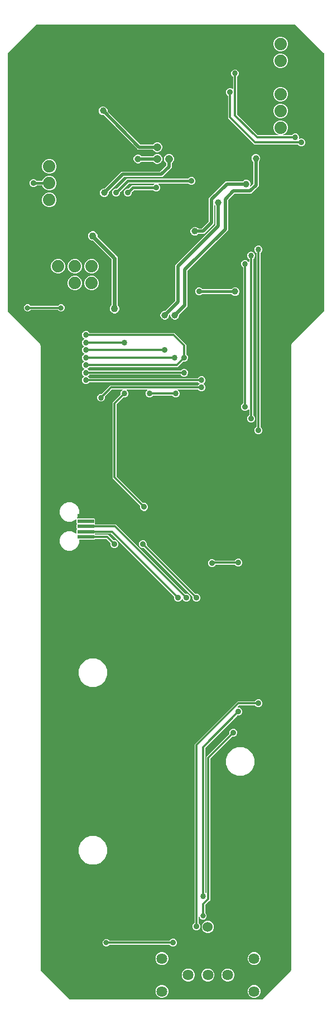
<source format=gbr>
G04 EAGLE Gerber RS-274X export*
G75*
%MOMM*%
%FSLAX34Y34*%
%LPD*%
%INBottom Copper*%
%IPPOS*%
%AMOC8*
5,1,8,0,0,1.08239X$1,22.5*%
G01*
%ADD10C,1.524000*%
%ADD11C,1.879600*%
%ADD12R,2.500000X0.500000*%
%ADD13R,2.500000X2.000000*%
%ADD14R,1.208000X1.208000*%
%ADD15C,1.208000*%
%ADD16C,1.638300*%
%ADD17C,1.016000*%
%ADD18C,0.906400*%
%ADD19C,1.106400*%
%ADD20C,1.006400*%
%ADD21C,0.856400*%
%ADD22C,0.508000*%
%ADD23C,0.406400*%
%ADD24C,0.609600*%
%ADD25C,0.304800*%
%ADD26C,0.806400*%

G36*
X345566Y10175D02*
X345566Y10175D01*
X345657Y10183D01*
X345687Y10195D01*
X345719Y10200D01*
X345799Y10243D01*
X345883Y10279D01*
X345915Y10305D01*
X345936Y10316D01*
X345958Y10339D01*
X346014Y10384D01*
X389616Y53986D01*
X389669Y54060D01*
X389729Y54129D01*
X389741Y54159D01*
X389760Y54186D01*
X389787Y54272D01*
X389821Y54357D01*
X389825Y54398D01*
X389832Y54421D01*
X389831Y54453D01*
X389839Y54524D01*
X389839Y1002021D01*
X391386Y1005756D01*
X439616Y1053986D01*
X439669Y1054060D01*
X439729Y1054129D01*
X439741Y1054159D01*
X439760Y1054186D01*
X439787Y1054272D01*
X439821Y1054357D01*
X439825Y1054398D01*
X439832Y1054421D01*
X439831Y1054453D01*
X439839Y1054524D01*
X439839Y1445476D01*
X439825Y1445566D01*
X439817Y1445657D01*
X439805Y1445687D01*
X439800Y1445719D01*
X439757Y1445799D01*
X439721Y1445883D01*
X439695Y1445915D01*
X439684Y1445936D01*
X439661Y1445958D01*
X439616Y1446014D01*
X396014Y1489616D01*
X395940Y1489669D01*
X395871Y1489729D01*
X395841Y1489741D01*
X395814Y1489760D01*
X395728Y1489787D01*
X395643Y1489821D01*
X395602Y1489825D01*
X395579Y1489832D01*
X395547Y1489831D01*
X395476Y1489839D01*
X4524Y1489839D01*
X4434Y1489825D01*
X4343Y1489817D01*
X4313Y1489805D01*
X4281Y1489800D01*
X4201Y1489757D01*
X4117Y1489721D01*
X4085Y1489695D01*
X4064Y1489684D01*
X4042Y1489661D01*
X3986Y1489616D01*
X-39616Y1446014D01*
X-39669Y1445940D01*
X-39729Y1445871D01*
X-39741Y1445841D01*
X-39760Y1445814D01*
X-39787Y1445728D01*
X-39821Y1445643D01*
X-39825Y1445602D01*
X-39832Y1445579D01*
X-39831Y1445547D01*
X-39839Y1445476D01*
X-39839Y1054524D01*
X-39825Y1054434D01*
X-39817Y1054343D01*
X-39805Y1054313D01*
X-39800Y1054281D01*
X-39757Y1054201D01*
X-39721Y1054117D01*
X-39695Y1054085D01*
X-39684Y1054064D01*
X-39661Y1054042D01*
X-39616Y1053986D01*
X8614Y1005756D01*
X10161Y1002021D01*
X10161Y54524D01*
X10175Y54434D01*
X10183Y54343D01*
X10195Y54313D01*
X10200Y54281D01*
X10243Y54201D01*
X10279Y54117D01*
X10305Y54085D01*
X10316Y54064D01*
X10339Y54042D01*
X10384Y53986D01*
X53986Y10384D01*
X54060Y10331D01*
X54129Y10271D01*
X54159Y10259D01*
X54186Y10240D01*
X54272Y10213D01*
X54357Y10179D01*
X54398Y10175D01*
X54421Y10168D01*
X54453Y10169D01*
X54524Y10161D01*
X345476Y10161D01*
X345566Y10175D01*
G37*
%LPC*%
G36*
X165673Y751625D02*
X165673Y751625D01*
X163447Y752547D01*
X161743Y754251D01*
X160821Y756477D01*
X160821Y758951D01*
X160840Y759026D01*
X160840Y759032D01*
X160841Y759038D01*
X160830Y759155D01*
X160821Y759271D01*
X160819Y759277D01*
X160818Y759283D01*
X160770Y759392D01*
X160725Y759498D01*
X160720Y759503D01*
X160718Y759508D01*
X160705Y759522D01*
X160620Y759629D01*
X118871Y801377D01*
X118871Y915663D01*
X131130Y927922D01*
X131183Y927996D01*
X131243Y928065D01*
X131255Y928095D01*
X131274Y928122D01*
X131301Y928209D01*
X131335Y928293D01*
X131339Y928334D01*
X131346Y928357D01*
X131345Y928389D01*
X131353Y928460D01*
X131353Y930795D01*
X132237Y932929D01*
X133909Y934601D01*
X133948Y934622D01*
X133966Y934640D01*
X133988Y934654D01*
X134050Y934729D01*
X134117Y934800D01*
X134128Y934823D01*
X134145Y934843D01*
X134180Y934934D01*
X134221Y935023D01*
X134224Y935049D01*
X134233Y935073D01*
X134237Y935171D01*
X134248Y935267D01*
X134242Y935293D01*
X134244Y935319D01*
X134216Y935413D01*
X134196Y935508D01*
X134182Y935530D01*
X134175Y935555D01*
X134120Y935635D01*
X134070Y935719D01*
X134050Y935736D01*
X134035Y935757D01*
X133957Y935815D01*
X133883Y935879D01*
X133859Y935889D01*
X133838Y935904D01*
X133745Y935934D01*
X133654Y935971D01*
X133622Y935974D01*
X133604Y935980D01*
X133571Y935980D01*
X133488Y935989D01*
X118169Y935989D01*
X118079Y935974D01*
X117987Y935967D01*
X117958Y935955D01*
X117927Y935950D01*
X117845Y935906D01*
X117761Y935870D01*
X117729Y935845D01*
X117709Y935834D01*
X117687Y935811D01*
X117630Y935765D01*
X107192Y925279D01*
X107140Y925206D01*
X107081Y925137D01*
X107069Y925106D01*
X107049Y925079D01*
X107023Y924992D01*
X106989Y924909D01*
X106985Y924867D01*
X106978Y924844D01*
X106978Y924812D01*
X106971Y924742D01*
X106971Y922389D01*
X106087Y920255D01*
X104453Y918621D01*
X102319Y917737D01*
X100009Y917737D01*
X97875Y918621D01*
X96241Y920255D01*
X95357Y922389D01*
X95357Y924699D01*
X96241Y926833D01*
X97875Y928467D01*
X100009Y929351D01*
X102326Y929351D01*
X102417Y929366D01*
X102509Y929373D01*
X102538Y929385D01*
X102569Y929390D01*
X102650Y929434D01*
X102735Y929470D01*
X102766Y929495D01*
X102786Y929506D01*
X102808Y929529D01*
X102865Y929575D01*
X113316Y940074D01*
X113329Y940092D01*
X114433Y941197D01*
X114434Y941198D01*
X115319Y942087D01*
X116584Y942087D01*
X116585Y942087D01*
X116586Y942087D01*
X118127Y942090D01*
X118159Y942087D01*
X248521Y942087D01*
X248612Y942101D01*
X248702Y942109D01*
X248732Y942121D01*
X248764Y942126D01*
X248845Y942169D01*
X248929Y942205D01*
X248961Y942231D01*
X248982Y942242D01*
X249004Y942265D01*
X249060Y942310D01*
X250711Y943961D01*
X250722Y943977D01*
X250738Y943989D01*
X250794Y944077D01*
X250854Y944160D01*
X250860Y944179D01*
X250871Y944196D01*
X250896Y944297D01*
X250927Y944396D01*
X250926Y944415D01*
X250931Y944435D01*
X250923Y944538D01*
X250920Y944641D01*
X250913Y944660D01*
X250912Y944680D01*
X250871Y944775D01*
X250836Y944872D01*
X250823Y944888D01*
X250816Y944906D01*
X250711Y945037D01*
X249060Y946688D01*
X248986Y946741D01*
X248916Y946801D01*
X248886Y946813D01*
X248860Y946832D01*
X248773Y946859D01*
X248688Y946893D01*
X248647Y946897D01*
X248625Y946904D01*
X248593Y946903D01*
X248521Y946911D01*
X84219Y946911D01*
X84128Y946897D01*
X84038Y946889D01*
X84008Y946877D01*
X83976Y946872D01*
X83895Y946829D01*
X83811Y946793D01*
X83779Y946767D01*
X83758Y946756D01*
X83736Y946733D01*
X83680Y946688D01*
X82029Y945037D01*
X79895Y944153D01*
X77585Y944153D01*
X75451Y945037D01*
X73817Y946671D01*
X72933Y948805D01*
X72933Y951115D01*
X73817Y953249D01*
X75451Y954883D01*
X75666Y954972D01*
X75727Y955010D01*
X75792Y955039D01*
X75830Y955074D01*
X75875Y955101D01*
X75920Y955157D01*
X75973Y955205D01*
X75998Y955251D01*
X76031Y955291D01*
X76057Y955358D01*
X76092Y955421D01*
X76101Y955472D01*
X76120Y955520D01*
X76123Y955592D01*
X76135Y955663D01*
X76128Y955714D01*
X76130Y955766D01*
X76110Y955835D01*
X76100Y955906D01*
X76076Y955952D01*
X76062Y956002D01*
X76021Y956061D01*
X75988Y956125D01*
X75951Y956162D01*
X75921Y956204D01*
X75864Y956247D01*
X75812Y956297D01*
X75750Y956332D01*
X75724Y956351D01*
X75702Y956358D01*
X75666Y956378D01*
X75451Y956467D01*
X73817Y958101D01*
X72933Y960235D01*
X72933Y962545D01*
X73817Y964679D01*
X75451Y966313D01*
X75666Y966402D01*
X75727Y966440D01*
X75792Y966469D01*
X75830Y966504D01*
X75875Y966531D01*
X75920Y966587D01*
X75973Y966635D01*
X75998Y966681D01*
X76031Y966721D01*
X76057Y966788D01*
X76092Y966851D01*
X76101Y966902D01*
X76120Y966950D01*
X76123Y967022D01*
X76135Y967093D01*
X76128Y967144D01*
X76130Y967196D01*
X76110Y967265D01*
X76100Y967336D01*
X76076Y967382D01*
X76062Y967432D01*
X76021Y967491D01*
X75988Y967555D01*
X75951Y967592D01*
X75921Y967634D01*
X75864Y967677D01*
X75812Y967727D01*
X75750Y967762D01*
X75724Y967781D01*
X75702Y967788D01*
X75666Y967808D01*
X75451Y967897D01*
X73817Y969531D01*
X72933Y971665D01*
X72933Y973975D01*
X73817Y976109D01*
X75451Y977743D01*
X75666Y977832D01*
X75727Y977869D01*
X75792Y977899D01*
X75830Y977934D01*
X75875Y977961D01*
X75920Y978017D01*
X75973Y978065D01*
X75998Y978111D01*
X76031Y978151D01*
X76057Y978218D01*
X76092Y978281D01*
X76101Y978332D01*
X76120Y978380D01*
X76123Y978452D01*
X76135Y978523D01*
X76128Y978574D01*
X76130Y978626D01*
X76110Y978695D01*
X76100Y978766D01*
X76076Y978812D01*
X76062Y978862D01*
X76021Y978921D01*
X75988Y978985D01*
X75951Y979022D01*
X75921Y979064D01*
X75864Y979107D01*
X75813Y979157D01*
X75750Y979192D01*
X75724Y979211D01*
X75702Y979218D01*
X75666Y979238D01*
X75451Y979327D01*
X73817Y980961D01*
X72933Y983095D01*
X72933Y985405D01*
X73817Y987539D01*
X75451Y989173D01*
X75666Y989262D01*
X75727Y989300D01*
X75792Y989329D01*
X75830Y989364D01*
X75875Y989391D01*
X75920Y989447D01*
X75973Y989495D01*
X75998Y989541D01*
X76031Y989581D01*
X76057Y989648D01*
X76092Y989711D01*
X76101Y989762D01*
X76120Y989810D01*
X76123Y989882D01*
X76135Y989953D01*
X76128Y990004D01*
X76130Y990056D01*
X76110Y990125D01*
X76100Y990196D01*
X76076Y990242D01*
X76062Y990292D01*
X76021Y990351D01*
X75988Y990415D01*
X75951Y990452D01*
X75921Y990494D01*
X75864Y990537D01*
X75812Y990587D01*
X75750Y990622D01*
X75724Y990641D01*
X75702Y990648D01*
X75666Y990668D01*
X75451Y990757D01*
X73817Y992391D01*
X72933Y994525D01*
X72933Y996835D01*
X73817Y998969D01*
X75451Y1000603D01*
X75666Y1000692D01*
X75727Y1000730D01*
X75792Y1000759D01*
X75830Y1000794D01*
X75875Y1000821D01*
X75920Y1000877D01*
X75973Y1000925D01*
X75998Y1000971D01*
X76031Y1001011D01*
X76057Y1001078D01*
X76092Y1001141D01*
X76101Y1001192D01*
X76120Y1001240D01*
X76123Y1001312D01*
X76135Y1001383D01*
X76128Y1001434D01*
X76130Y1001486D01*
X76110Y1001555D01*
X76100Y1001626D01*
X76076Y1001672D01*
X76062Y1001722D01*
X76021Y1001781D01*
X75988Y1001845D01*
X75951Y1001882D01*
X75921Y1001924D01*
X75864Y1001967D01*
X75812Y1002017D01*
X75750Y1002052D01*
X75724Y1002071D01*
X75702Y1002078D01*
X75666Y1002098D01*
X75451Y1002187D01*
X73817Y1003821D01*
X72933Y1005955D01*
X72933Y1008265D01*
X73817Y1010399D01*
X75451Y1012033D01*
X75666Y1012122D01*
X75727Y1012159D01*
X75792Y1012189D01*
X75830Y1012224D01*
X75875Y1012251D01*
X75920Y1012307D01*
X75973Y1012355D01*
X75998Y1012401D01*
X76031Y1012441D01*
X76057Y1012508D01*
X76092Y1012571D01*
X76101Y1012622D01*
X76120Y1012670D01*
X76123Y1012742D01*
X76135Y1012813D01*
X76128Y1012864D01*
X76130Y1012916D01*
X76110Y1012985D01*
X76100Y1013056D01*
X76076Y1013102D01*
X76062Y1013152D01*
X76021Y1013211D01*
X75988Y1013275D01*
X75951Y1013312D01*
X75921Y1013354D01*
X75864Y1013397D01*
X75813Y1013447D01*
X75750Y1013482D01*
X75724Y1013501D01*
X75702Y1013508D01*
X75666Y1013528D01*
X75451Y1013617D01*
X73817Y1015251D01*
X72933Y1017385D01*
X72933Y1019695D01*
X73817Y1021829D01*
X75451Y1023463D01*
X77585Y1024347D01*
X79895Y1024347D01*
X82029Y1023463D01*
X83680Y1021812D01*
X83754Y1021759D01*
X83824Y1021699D01*
X83854Y1021687D01*
X83880Y1021668D01*
X83967Y1021641D01*
X84052Y1021607D01*
X84093Y1021603D01*
X84115Y1021596D01*
X84147Y1021597D01*
X84219Y1021589D01*
X212845Y1021589D01*
X228629Y1005804D01*
X228657Y1005785D01*
X229743Y1004691D01*
X229744Y1004690D01*
X229745Y1004689D01*
X230637Y1003796D01*
X230633Y1002534D01*
X230633Y1002533D01*
X230633Y1002531D01*
X230633Y1001005D01*
X230627Y1000957D01*
X230589Y990046D01*
X230608Y989929D01*
X230625Y989812D01*
X230627Y989808D01*
X230628Y989803D01*
X230683Y989698D01*
X230737Y989593D01*
X230740Y989589D01*
X230742Y989585D01*
X230828Y989504D01*
X230912Y989421D01*
X230917Y989418D01*
X230920Y989415D01*
X230921Y989415D01*
X232655Y987681D01*
X233577Y985455D01*
X233577Y983045D01*
X232655Y980819D01*
X230951Y979115D01*
X228725Y978193D01*
X226240Y978193D01*
X226188Y978206D01*
X226183Y978206D01*
X226179Y978207D01*
X226062Y978196D01*
X225943Y978186D01*
X225938Y978184D01*
X225934Y978184D01*
X225826Y978136D01*
X225717Y978089D01*
X225712Y978085D01*
X225709Y978084D01*
X225698Y978074D01*
X225586Y977984D01*
X219440Y971787D01*
X219417Y971755D01*
X218332Y970670D01*
X218331Y970669D01*
X218330Y970668D01*
X217441Y969771D01*
X216179Y969771D01*
X216177Y969771D01*
X216175Y969771D01*
X214657Y969765D01*
X214601Y969771D01*
X84219Y969771D01*
X84128Y969757D01*
X84038Y969749D01*
X84008Y969737D01*
X83976Y969732D01*
X83895Y969689D01*
X83811Y969653D01*
X83779Y969627D01*
X83758Y969616D01*
X83736Y969593D01*
X83680Y969548D01*
X82029Y967897D01*
X81814Y967808D01*
X81753Y967771D01*
X81688Y967741D01*
X81650Y967706D01*
X81605Y967679D01*
X81560Y967623D01*
X81507Y967575D01*
X81482Y967529D01*
X81449Y967489D01*
X81423Y967422D01*
X81388Y967359D01*
X81379Y967308D01*
X81360Y967260D01*
X81357Y967188D01*
X81345Y967117D01*
X81352Y967066D01*
X81350Y967014D01*
X81370Y966945D01*
X81380Y966874D01*
X81404Y966828D01*
X81418Y966778D01*
X81459Y966719D01*
X81492Y966655D01*
X81529Y966618D01*
X81559Y966576D01*
X81616Y966533D01*
X81667Y966483D01*
X81730Y966448D01*
X81756Y966429D01*
X81778Y966422D01*
X81814Y966402D01*
X82029Y966313D01*
X83680Y964662D01*
X83754Y964609D01*
X83824Y964549D01*
X83854Y964537D01*
X83880Y964518D01*
X83967Y964491D01*
X84052Y964457D01*
X84093Y964453D01*
X84115Y964446D01*
X84147Y964447D01*
X84219Y964439D01*
X222041Y964439D01*
X222132Y964453D01*
X222222Y964461D01*
X222252Y964473D01*
X222284Y964478D01*
X222365Y964521D01*
X222449Y964557D01*
X222481Y964583D01*
X222502Y964594D01*
X222524Y964617D01*
X222580Y964662D01*
X224231Y966313D01*
X226365Y967197D01*
X228675Y967197D01*
X230809Y966313D01*
X232443Y964679D01*
X233327Y962545D01*
X233327Y960235D01*
X232443Y958101D01*
X230809Y956467D01*
X228675Y955583D01*
X226365Y955583D01*
X224231Y956467D01*
X222580Y958118D01*
X222506Y958171D01*
X222436Y958231D01*
X222406Y958243D01*
X222380Y958262D01*
X222293Y958289D01*
X222208Y958323D01*
X222167Y958327D01*
X222145Y958334D01*
X222113Y958333D01*
X222041Y958341D01*
X84219Y958341D01*
X84128Y958327D01*
X84038Y958319D01*
X84008Y958307D01*
X83976Y958302D01*
X83895Y958259D01*
X83811Y958223D01*
X83779Y958197D01*
X83758Y958186D01*
X83736Y958163D01*
X83680Y958118D01*
X82029Y956467D01*
X81814Y956378D01*
X81753Y956341D01*
X81688Y956311D01*
X81650Y956276D01*
X81605Y956249D01*
X81560Y956193D01*
X81507Y956145D01*
X81482Y956099D01*
X81449Y956059D01*
X81423Y955992D01*
X81388Y955929D01*
X81379Y955878D01*
X81360Y955830D01*
X81357Y955758D01*
X81345Y955687D01*
X81352Y955636D01*
X81350Y955584D01*
X81370Y955515D01*
X81380Y955444D01*
X81404Y955398D01*
X81418Y955348D01*
X81459Y955289D01*
X81492Y955225D01*
X81529Y955188D01*
X81559Y955146D01*
X81616Y955103D01*
X81667Y955053D01*
X81730Y955018D01*
X81756Y954999D01*
X81778Y954992D01*
X81814Y954972D01*
X82029Y954883D01*
X83680Y953232D01*
X83754Y953179D01*
X83824Y953119D01*
X83854Y953107D01*
X83880Y953088D01*
X83967Y953061D01*
X84052Y953027D01*
X84093Y953023D01*
X84115Y953016D01*
X84147Y953017D01*
X84219Y953009D01*
X248521Y953009D01*
X248612Y953023D01*
X248702Y953031D01*
X248732Y953043D01*
X248764Y953048D01*
X248845Y953091D01*
X248929Y953127D01*
X248961Y953153D01*
X248982Y953164D01*
X249004Y953187D01*
X249060Y953232D01*
X250711Y954883D01*
X252845Y955767D01*
X255155Y955767D01*
X257289Y954883D01*
X258923Y953249D01*
X259807Y951115D01*
X259807Y948805D01*
X258923Y946671D01*
X257289Y945037D01*
X257278Y945021D01*
X257262Y945009D01*
X257206Y944921D01*
X257146Y944838D01*
X257140Y944819D01*
X257129Y944802D01*
X257104Y944701D01*
X257073Y944602D01*
X257074Y944583D01*
X257069Y944563D01*
X257077Y944460D01*
X257080Y944357D01*
X257087Y944338D01*
X257088Y944318D01*
X257129Y944223D01*
X257164Y944126D01*
X257177Y944110D01*
X257184Y944092D01*
X257289Y943961D01*
X258923Y942327D01*
X259807Y940193D01*
X259807Y937883D01*
X258923Y935749D01*
X257289Y934115D01*
X255155Y933231D01*
X252845Y933231D01*
X250711Y934115D01*
X249060Y935766D01*
X248986Y935819D01*
X248916Y935879D01*
X248886Y935891D01*
X248860Y935910D01*
X248773Y935937D01*
X248688Y935971D01*
X248647Y935975D01*
X248625Y935982D01*
X248593Y935981D01*
X248521Y935989D01*
X218302Y935989D01*
X218206Y935973D01*
X218109Y935964D01*
X218085Y935954D01*
X218060Y935950D01*
X217973Y935904D01*
X217884Y935864D01*
X217865Y935847D01*
X217842Y935834D01*
X217775Y935764D01*
X217703Y935698D01*
X217691Y935675D01*
X217673Y935656D01*
X217632Y935568D01*
X217585Y935482D01*
X217580Y935456D01*
X217569Y935433D01*
X217558Y935336D01*
X217541Y935240D01*
X217545Y935214D01*
X217542Y935189D01*
X217563Y935093D01*
X217577Y934997D01*
X217589Y934974D01*
X217594Y934948D01*
X217644Y934864D01*
X217689Y934777D01*
X217707Y934759D01*
X217720Y934737D01*
X217795Y934674D01*
X217864Y934605D01*
X217892Y934590D01*
X219553Y932929D01*
X220437Y930795D01*
X220437Y928485D01*
X219553Y926351D01*
X217919Y924717D01*
X215785Y923833D01*
X213475Y923833D01*
X211341Y924717D01*
X209690Y926368D01*
X209616Y926421D01*
X209546Y926481D01*
X209516Y926493D01*
X209490Y926512D01*
X209403Y926539D01*
X209318Y926573D01*
X209277Y926577D01*
X209255Y926584D01*
X209223Y926583D01*
X209151Y926591D01*
X180349Y926591D01*
X180258Y926577D01*
X180168Y926569D01*
X180138Y926557D01*
X180106Y926552D01*
X180025Y926509D01*
X179941Y926473D01*
X179909Y926447D01*
X179888Y926436D01*
X179866Y926413D01*
X179810Y926368D01*
X178159Y924717D01*
X176025Y923833D01*
X173715Y923833D01*
X171581Y924717D01*
X169947Y926351D01*
X169063Y928485D01*
X169063Y930795D01*
X169947Y932929D01*
X171619Y934601D01*
X171658Y934622D01*
X171676Y934640D01*
X171698Y934654D01*
X171760Y934729D01*
X171827Y934800D01*
X171838Y934823D01*
X171855Y934843D01*
X171890Y934934D01*
X171931Y935023D01*
X171934Y935049D01*
X171943Y935073D01*
X171947Y935171D01*
X171958Y935267D01*
X171952Y935293D01*
X171954Y935319D01*
X171926Y935413D01*
X171906Y935508D01*
X171892Y935530D01*
X171885Y935555D01*
X171830Y935635D01*
X171780Y935719D01*
X171760Y935736D01*
X171745Y935757D01*
X171667Y935815D01*
X171593Y935879D01*
X171569Y935889D01*
X171548Y935904D01*
X171455Y935934D01*
X171364Y935971D01*
X171332Y935974D01*
X171314Y935980D01*
X171281Y935980D01*
X171198Y935989D01*
X140832Y935989D01*
X140736Y935973D01*
X140639Y935964D01*
X140615Y935954D01*
X140590Y935950D01*
X140503Y935904D01*
X140414Y935864D01*
X140395Y935847D01*
X140372Y935834D01*
X140305Y935764D01*
X140233Y935698D01*
X140221Y935675D01*
X140203Y935656D01*
X140162Y935568D01*
X140115Y935482D01*
X140110Y935456D01*
X140099Y935433D01*
X140088Y935336D01*
X140071Y935240D01*
X140075Y935214D01*
X140072Y935189D01*
X140093Y935093D01*
X140107Y934997D01*
X140119Y934974D01*
X140124Y934948D01*
X140174Y934864D01*
X140219Y934777D01*
X140237Y934759D01*
X140250Y934737D01*
X140325Y934674D01*
X140394Y934605D01*
X140422Y934590D01*
X142083Y932929D01*
X142967Y930795D01*
X142967Y928485D01*
X142083Y926351D01*
X140449Y924717D01*
X138315Y923833D01*
X135980Y923833D01*
X135890Y923819D01*
X135799Y923811D01*
X135769Y923799D01*
X135737Y923794D01*
X135657Y923751D01*
X135573Y923715D01*
X135541Y923689D01*
X135520Y923678D01*
X135498Y923655D01*
X135442Y923610D01*
X125192Y913360D01*
X125139Y913286D01*
X125079Y913217D01*
X125067Y913187D01*
X125048Y913160D01*
X125021Y913073D01*
X124987Y912989D01*
X124983Y912948D01*
X124976Y912925D01*
X124977Y912893D01*
X124969Y912822D01*
X124969Y804218D01*
X124983Y804128D01*
X124991Y804037D01*
X125003Y804007D01*
X125008Y803975D01*
X125051Y803895D01*
X125087Y803811D01*
X125113Y803779D01*
X125124Y803758D01*
X125147Y803736D01*
X125192Y803680D01*
X164931Y763940D01*
X165026Y763873D01*
X165120Y763802D01*
X165126Y763800D01*
X165131Y763797D01*
X165241Y763763D01*
X165354Y763726D01*
X165360Y763726D01*
X165366Y763724D01*
X165483Y763727D01*
X165600Y763728D01*
X165607Y763730D01*
X165612Y763731D01*
X165630Y763737D01*
X165636Y763739D01*
X168083Y763739D01*
X170309Y762817D01*
X172013Y761113D01*
X172935Y758887D01*
X172935Y756477D01*
X172013Y754251D01*
X170309Y752547D01*
X168083Y751625D01*
X165673Y751625D01*
G37*
%LPD*%
%LPC*%
G36*
X245175Y115101D02*
X245175Y115101D01*
X242949Y116023D01*
X241245Y117727D01*
X240323Y119953D01*
X240323Y122363D01*
X241245Y124589D01*
X242995Y126338D01*
X243061Y126378D01*
X243065Y126383D01*
X243070Y126386D01*
X243145Y126476D01*
X243221Y126565D01*
X243223Y126570D01*
X243227Y126575D01*
X243269Y126684D01*
X243313Y126793D01*
X243314Y126800D01*
X243315Y126805D01*
X243316Y126823D01*
X243331Y126960D01*
X243331Y397503D01*
X308617Y462789D01*
X334558Y462789D01*
X334674Y462808D01*
X334790Y462825D01*
X334795Y462827D01*
X334801Y462828D01*
X334904Y462883D01*
X335009Y462936D01*
X335013Y462941D01*
X335019Y462944D01*
X335099Y463028D01*
X335181Y463112D01*
X335185Y463118D01*
X335188Y463122D01*
X335196Y463139D01*
X335199Y463144D01*
X336929Y464875D01*
X339155Y465797D01*
X341565Y465797D01*
X343791Y464875D01*
X345495Y463171D01*
X346417Y460945D01*
X346417Y458535D01*
X345495Y456309D01*
X343791Y454605D01*
X341565Y453683D01*
X339155Y453683D01*
X336929Y454605D01*
X335180Y456355D01*
X335140Y456421D01*
X335135Y456425D01*
X335132Y456430D01*
X335042Y456505D01*
X334953Y456581D01*
X334948Y456583D01*
X334943Y456587D01*
X334834Y456629D01*
X334725Y456673D01*
X334718Y456674D01*
X334713Y456675D01*
X334695Y456676D01*
X334558Y456691D01*
X311458Y456691D01*
X311368Y456677D01*
X311277Y456669D01*
X311247Y456657D01*
X311215Y456652D01*
X311135Y456609D01*
X311051Y456573D01*
X311019Y456547D01*
X310998Y456536D01*
X310976Y456513D01*
X310920Y456468D01*
X308848Y454396D01*
X308806Y454338D01*
X308757Y454286D01*
X308735Y454239D01*
X308704Y454197D01*
X308683Y454128D01*
X308653Y454063D01*
X308647Y454011D01*
X308632Y453961D01*
X308634Y453890D01*
X308626Y453819D01*
X308637Y453768D01*
X308638Y453716D01*
X308663Y453648D01*
X308678Y453578D01*
X308705Y453533D01*
X308723Y453485D01*
X308768Y453429D01*
X308804Y453367D01*
X308844Y453333D01*
X308876Y453293D01*
X308937Y453254D01*
X308991Y453207D01*
X309040Y453188D01*
X309083Y453160D01*
X309153Y453142D01*
X309219Y453115D01*
X309291Y453107D01*
X309322Y453099D01*
X309345Y453101D01*
X309386Y453097D01*
X311085Y453097D01*
X313311Y452175D01*
X315015Y450471D01*
X315937Y448245D01*
X315937Y445835D01*
X315015Y443609D01*
X313311Y441905D01*
X311085Y440983D01*
X308643Y440983D01*
X308604Y440992D01*
X308490Y441021D01*
X308484Y441021D01*
X308478Y441022D01*
X308361Y441011D01*
X308245Y441002D01*
X308240Y441000D01*
X308233Y440999D01*
X308125Y440951D01*
X308019Y440906D01*
X308013Y440901D01*
X308009Y440899D01*
X307995Y440886D01*
X307888Y440801D01*
X259558Y392471D01*
X259505Y392397D01*
X259445Y392327D01*
X259433Y392297D01*
X259414Y392271D01*
X259387Y392184D01*
X259353Y392099D01*
X259349Y392058D01*
X259342Y392036D01*
X259343Y392004D01*
X259335Y391932D01*
X259335Y172865D01*
X259349Y172775D01*
X259357Y172684D01*
X259369Y172654D01*
X259374Y172622D01*
X259417Y172541D01*
X259453Y172457D01*
X259479Y172425D01*
X259490Y172404D01*
X259513Y172382D01*
X259558Y172326D01*
X259812Y172072D01*
X259870Y172030D01*
X259922Y171981D01*
X259969Y171959D01*
X260011Y171929D01*
X260080Y171908D01*
X260145Y171877D01*
X260197Y171872D01*
X260247Y171856D01*
X260318Y171858D01*
X260389Y171850D01*
X260440Y171861D01*
X260492Y171863D01*
X260560Y171887D01*
X260630Y171903D01*
X260675Y171929D01*
X260723Y171947D01*
X260779Y171992D01*
X260841Y172029D01*
X260875Y172068D01*
X260915Y172101D01*
X260954Y172161D01*
X261001Y172216D01*
X261020Y172264D01*
X261048Y172308D01*
X261066Y172377D01*
X261093Y172444D01*
X261101Y172515D01*
X261109Y172546D01*
X261107Y172570D01*
X261111Y172611D01*
X261111Y378473D01*
X296002Y413363D01*
X296069Y413458D01*
X296140Y413552D01*
X296142Y413558D01*
X296145Y413563D01*
X296179Y413673D01*
X296216Y413786D01*
X296216Y413792D01*
X296218Y413798D01*
X296215Y413915D01*
X296214Y414032D01*
X296212Y414039D01*
X296211Y414044D01*
X296205Y414062D01*
X296203Y414068D01*
X296203Y416515D01*
X297125Y418741D01*
X298829Y420445D01*
X301055Y421367D01*
X303465Y421367D01*
X305691Y420445D01*
X307395Y418741D01*
X308317Y416515D01*
X308317Y414105D01*
X307395Y411879D01*
X305691Y410175D01*
X303465Y409253D01*
X300991Y409253D01*
X300916Y409272D01*
X300910Y409272D01*
X300904Y409273D01*
X300787Y409262D01*
X300671Y409253D01*
X300665Y409251D01*
X300659Y409250D01*
X300550Y409202D01*
X300444Y409157D01*
X300439Y409152D01*
X300434Y409150D01*
X300420Y409137D01*
X300313Y409052D01*
X267432Y376170D01*
X267379Y376096D01*
X267319Y376027D01*
X267307Y375997D01*
X267288Y375970D01*
X267261Y375883D01*
X267227Y375799D01*
X267223Y375758D01*
X267216Y375735D01*
X267217Y375703D01*
X267209Y375632D01*
X267209Y164102D01*
X267222Y164018D01*
X267228Y163933D01*
X267231Y163924D01*
X267209Y162542D01*
X267210Y162537D01*
X267209Y162529D01*
X267209Y161268D01*
X266303Y160391D01*
X266300Y160387D01*
X266294Y160383D01*
X265316Y159404D01*
X265305Y159400D01*
X265265Y159369D01*
X265242Y159356D01*
X265221Y159335D01*
X265172Y159297D01*
X259567Y153872D01*
X259509Y153794D01*
X259445Y153720D01*
X259435Y153696D01*
X259420Y153675D01*
X259390Y153582D01*
X259353Y153492D01*
X259350Y153459D01*
X259344Y153441D01*
X259344Y153408D01*
X259335Y153325D01*
X259335Y142285D01*
X259349Y142195D01*
X259357Y142104D01*
X259369Y142074D01*
X259374Y142042D01*
X259417Y141962D01*
X259453Y141878D01*
X259479Y141846D01*
X259490Y141825D01*
X259513Y141803D01*
X259558Y141747D01*
X260997Y140308D01*
X261843Y138265D01*
X261843Y136055D01*
X260997Y134012D01*
X259434Y132449D01*
X257391Y131603D01*
X255181Y131603D01*
X253138Y132449D01*
X251575Y134012D01*
X250893Y135659D01*
X250842Y135742D01*
X250796Y135828D01*
X250778Y135845D01*
X250764Y135868D01*
X250688Y135930D01*
X250618Y135997D01*
X250594Y136008D01*
X250574Y136025D01*
X250483Y136060D01*
X250395Y136101D01*
X250369Y136103D01*
X250345Y136113D01*
X250247Y136117D01*
X250151Y136128D01*
X250125Y136122D01*
X250099Y136123D01*
X250005Y136096D01*
X249910Y136075D01*
X249888Y136062D01*
X249863Y136055D01*
X249783Y135999D01*
X249699Y135949D01*
X249682Y135929D01*
X249661Y135914D01*
X249602Y135836D01*
X249539Y135762D01*
X249529Y135738D01*
X249514Y135717D01*
X249484Y135625D01*
X249447Y135534D01*
X249444Y135502D01*
X249438Y135483D01*
X249438Y135450D01*
X249429Y135367D01*
X249429Y126960D01*
X249448Y126844D01*
X249465Y126728D01*
X249467Y126723D01*
X249468Y126717D01*
X249523Y126614D01*
X249576Y126509D01*
X249581Y126505D01*
X249584Y126499D01*
X249668Y126419D01*
X249752Y126337D01*
X249758Y126333D01*
X249762Y126330D01*
X249779Y126322D01*
X249784Y126319D01*
X251515Y124589D01*
X252437Y122363D01*
X252437Y119953D01*
X251515Y117727D01*
X249811Y116023D01*
X247585Y115101D01*
X245175Y115101D01*
G37*
%LPD*%
%LPC*%
G36*
X196816Y1041955D02*
X196816Y1041955D01*
X194406Y1042953D01*
X192561Y1044798D01*
X191563Y1047208D01*
X191563Y1049816D01*
X192561Y1052226D01*
X194406Y1054071D01*
X196816Y1055069D01*
X198613Y1055069D01*
X198703Y1055083D01*
X198794Y1055091D01*
X198824Y1055103D01*
X198856Y1055108D01*
X198936Y1055151D01*
X199020Y1055187D01*
X199052Y1055213D01*
X199073Y1055224D01*
X199095Y1055247D01*
X199151Y1055292D01*
X214152Y1070293D01*
X214205Y1070367D01*
X214265Y1070436D01*
X214277Y1070466D01*
X214296Y1070492D01*
X214323Y1070579D01*
X214357Y1070664D01*
X214361Y1070705D01*
X214368Y1070728D01*
X214367Y1070760D01*
X214375Y1070831D01*
X214375Y1124364D01*
X275112Y1185101D01*
X275165Y1185175D01*
X275225Y1185244D01*
X275237Y1185274D01*
X275256Y1185300D01*
X275283Y1185387D01*
X275317Y1185472D01*
X275321Y1185513D01*
X275328Y1185536D01*
X275327Y1185568D01*
X275335Y1185639D01*
X275335Y1213795D01*
X275321Y1213885D01*
X275313Y1213976D01*
X275301Y1214006D01*
X275296Y1214038D01*
X275253Y1214118D01*
X275217Y1214202D01*
X275191Y1214234D01*
X275180Y1214255D01*
X275157Y1214277D01*
X275112Y1214333D01*
X274604Y1214841D01*
X274546Y1214883D01*
X274494Y1214932D01*
X274447Y1214954D01*
X274405Y1214985D01*
X274336Y1215006D01*
X274271Y1215036D01*
X274219Y1215042D01*
X274169Y1215057D01*
X274098Y1215055D01*
X274027Y1215063D01*
X273976Y1215052D01*
X273924Y1215051D01*
X273856Y1215026D01*
X273786Y1215011D01*
X273741Y1214984D01*
X273693Y1214966D01*
X273637Y1214921D01*
X273575Y1214885D01*
X273541Y1214845D01*
X273501Y1214813D01*
X273462Y1214752D01*
X273415Y1214698D01*
X273396Y1214649D01*
X273368Y1214606D01*
X273350Y1214536D01*
X273323Y1214470D01*
X273315Y1214398D01*
X273307Y1214367D01*
X273309Y1214344D01*
X273305Y1214303D01*
X273305Y1187036D01*
X258224Y1171955D01*
X249363Y1171955D01*
X249273Y1171941D01*
X249182Y1171933D01*
X249152Y1171921D01*
X249120Y1171916D01*
X249040Y1171873D01*
X248956Y1171837D01*
X248924Y1171811D01*
X248903Y1171800D01*
X248881Y1171777D01*
X248825Y1171732D01*
X247554Y1170461D01*
X245144Y1169463D01*
X242536Y1169463D01*
X240126Y1170461D01*
X238281Y1172306D01*
X237283Y1174716D01*
X237283Y1177324D01*
X238281Y1179734D01*
X240126Y1181579D01*
X242536Y1182577D01*
X245144Y1182577D01*
X247554Y1181579D01*
X248825Y1180308D01*
X248899Y1180255D01*
X248968Y1180195D01*
X248998Y1180183D01*
X249025Y1180164D01*
X249112Y1180137D01*
X249196Y1180103D01*
X249237Y1180099D01*
X249260Y1180092D01*
X249292Y1180093D01*
X249363Y1180085D01*
X254541Y1180085D01*
X254631Y1180099D01*
X254722Y1180107D01*
X254752Y1180119D01*
X254784Y1180124D01*
X254864Y1180167D01*
X254948Y1180203D01*
X254980Y1180229D01*
X255001Y1180240D01*
X255023Y1180263D01*
X255079Y1180308D01*
X264952Y1190181D01*
X265005Y1190255D01*
X265065Y1190324D01*
X265077Y1190354D01*
X265096Y1190380D01*
X265123Y1190467D01*
X265157Y1190552D01*
X265161Y1190593D01*
X265168Y1190616D01*
X265167Y1190648D01*
X265175Y1190719D01*
X265175Y1225964D01*
X290924Y1251713D01*
X316041Y1251713D01*
X316131Y1251727D01*
X316222Y1251735D01*
X316252Y1251747D01*
X316284Y1251752D01*
X316364Y1251795D01*
X316448Y1251831D01*
X316480Y1251857D01*
X316501Y1251868D01*
X316523Y1251891D01*
X316579Y1251936D01*
X317850Y1253207D01*
X320260Y1254205D01*
X322868Y1254205D01*
X325278Y1253207D01*
X327123Y1251362D01*
X328121Y1248952D01*
X328121Y1246344D01*
X327355Y1244494D01*
X327332Y1244399D01*
X327304Y1244306D01*
X327304Y1244280D01*
X327298Y1244255D01*
X327308Y1244158D01*
X327310Y1244060D01*
X327319Y1244036D01*
X327322Y1244010D01*
X327361Y1243921D01*
X327395Y1243829D01*
X327411Y1243809D01*
X327422Y1243785D01*
X327487Y1243713D01*
X327548Y1243637D01*
X327570Y1243623D01*
X327588Y1243604D01*
X327673Y1243557D01*
X327755Y1243504D01*
X327780Y1243498D01*
X327803Y1243485D01*
X327899Y1243468D01*
X327994Y1243444D01*
X328020Y1243446D01*
X328045Y1243442D01*
X328142Y1243456D01*
X328239Y1243463D01*
X328263Y1243474D01*
X328289Y1243477D01*
X328376Y1243522D01*
X328465Y1243560D01*
X328491Y1243580D01*
X328508Y1243589D01*
X328531Y1243613D01*
X328596Y1243665D01*
X332262Y1247331D01*
X332315Y1247405D01*
X332375Y1247474D01*
X332387Y1247504D01*
X332406Y1247530D01*
X332433Y1247618D01*
X332467Y1247702D01*
X332471Y1247743D01*
X332478Y1247766D01*
X332477Y1247798D01*
X332485Y1247869D01*
X332485Y1280987D01*
X332471Y1281077D01*
X332463Y1281168D01*
X332451Y1281198D01*
X332446Y1281230D01*
X332403Y1281310D01*
X332367Y1281394D01*
X332341Y1281426D01*
X332330Y1281447D01*
X332307Y1281469D01*
X332262Y1281525D01*
X330991Y1282796D01*
X329993Y1285206D01*
X329993Y1287814D01*
X330991Y1290224D01*
X332836Y1292069D01*
X335246Y1293067D01*
X337854Y1293067D01*
X340264Y1292069D01*
X342109Y1290224D01*
X343107Y1287814D01*
X343107Y1285206D01*
X342109Y1282796D01*
X340838Y1281525D01*
X340785Y1281451D01*
X340725Y1281382D01*
X340713Y1281352D01*
X340694Y1281325D01*
X340667Y1281238D01*
X340633Y1281154D01*
X340629Y1281113D01*
X340622Y1281090D01*
X340623Y1281058D01*
X340615Y1280987D01*
X340615Y1244186D01*
X329344Y1232915D01*
X304259Y1232915D01*
X304169Y1232901D01*
X304078Y1232893D01*
X304048Y1232881D01*
X304016Y1232876D01*
X303936Y1232833D01*
X303852Y1232797D01*
X303820Y1232771D01*
X303799Y1232760D01*
X303777Y1232737D01*
X303721Y1232692D01*
X294308Y1223279D01*
X294255Y1223205D01*
X294195Y1223136D01*
X294183Y1223106D01*
X294164Y1223080D01*
X294137Y1222993D01*
X294103Y1222908D01*
X294099Y1222867D01*
X294092Y1222844D01*
X294093Y1222812D01*
X294085Y1222741D01*
X294085Y1177336D01*
X232888Y1116139D01*
X232835Y1116065D01*
X232775Y1115996D01*
X232763Y1115966D01*
X232744Y1115940D01*
X232717Y1115853D01*
X232683Y1115768D01*
X232679Y1115727D01*
X232672Y1115704D01*
X232673Y1115672D01*
X232665Y1115601D01*
X232665Y1062068D01*
X230061Y1059464D01*
X220140Y1049543D01*
X220087Y1049469D01*
X220027Y1049400D01*
X220015Y1049370D01*
X219996Y1049344D01*
X219969Y1049257D01*
X219935Y1049172D01*
X219931Y1049131D01*
X219924Y1049109D01*
X219925Y1049076D01*
X219917Y1049005D01*
X219917Y1047208D01*
X218919Y1044798D01*
X217074Y1042953D01*
X214664Y1041955D01*
X212056Y1041955D01*
X209646Y1042953D01*
X207801Y1044798D01*
X206803Y1047208D01*
X206803Y1049609D01*
X206792Y1049680D01*
X206790Y1049752D01*
X206772Y1049800D01*
X206764Y1049852D01*
X206730Y1049915D01*
X206705Y1049983D01*
X206673Y1050023D01*
X206648Y1050069D01*
X206597Y1050119D01*
X206552Y1050175D01*
X206508Y1050203D01*
X206470Y1050239D01*
X206405Y1050269D01*
X206345Y1050308D01*
X206294Y1050320D01*
X206247Y1050342D01*
X206176Y1050350D01*
X206106Y1050368D01*
X206054Y1050364D01*
X206003Y1050369D01*
X205932Y1050354D01*
X205861Y1050348D01*
X205813Y1050328D01*
X205762Y1050317D01*
X205701Y1050280D01*
X205635Y1050252D01*
X205579Y1050207D01*
X205551Y1050191D01*
X205536Y1050173D01*
X205504Y1050147D01*
X204900Y1049543D01*
X204846Y1049469D01*
X204787Y1049400D01*
X204775Y1049370D01*
X204756Y1049344D01*
X204729Y1049256D01*
X204695Y1049172D01*
X204691Y1049131D01*
X204684Y1049108D01*
X204685Y1049076D01*
X204677Y1049005D01*
X204677Y1047208D01*
X203679Y1044798D01*
X201834Y1042953D01*
X199424Y1041955D01*
X196816Y1041955D01*
G37*
%LPD*%
%LPC*%
G36*
X217235Y613703D02*
X217235Y613703D01*
X215009Y614625D01*
X213305Y616329D01*
X212383Y618555D01*
X212383Y621029D01*
X212402Y621104D01*
X212402Y621110D01*
X212403Y621116D01*
X212392Y621234D01*
X212383Y621349D01*
X212381Y621355D01*
X212380Y621361D01*
X212332Y621470D01*
X212287Y621576D01*
X212282Y621581D01*
X212280Y621586D01*
X212268Y621600D01*
X212182Y621707D01*
X116942Y716946D01*
X116868Y716999D01*
X116799Y717059D01*
X116769Y717071D01*
X116742Y717090D01*
X116655Y717117D01*
X116571Y717151D01*
X116530Y717155D01*
X116507Y717162D01*
X116475Y717161D01*
X116404Y717169D01*
X92763Y717169D01*
X92673Y717155D01*
X92582Y717147D01*
X92552Y717135D01*
X92520Y717130D01*
X92440Y717087D01*
X92356Y717051D01*
X92323Y717025D01*
X92303Y717014D01*
X92281Y716991D01*
X92225Y716946D01*
X92035Y716756D01*
X92023Y716740D01*
X92007Y716728D01*
X91951Y716641D01*
X91891Y716557D01*
X91885Y716538D01*
X91874Y716521D01*
X91849Y716421D01*
X91819Y716322D01*
X91819Y716302D01*
X91814Y716282D01*
X91822Y716179D01*
X91825Y716076D01*
X91832Y716057D01*
X91833Y716037D01*
X91874Y715942D01*
X91909Y715845D01*
X91922Y715829D01*
X91930Y715811D01*
X92035Y715680D01*
X92225Y715490D01*
X92299Y715437D01*
X92368Y715377D01*
X92398Y715365D01*
X92424Y715346D01*
X92511Y715319D01*
X92596Y715285D01*
X92637Y715281D01*
X92659Y715274D01*
X92692Y715275D01*
X92763Y715267D01*
X112005Y715267D01*
X119973Y707298D01*
X120069Y707230D01*
X120162Y707160D01*
X120168Y707158D01*
X120173Y707155D01*
X120285Y707120D01*
X120396Y707084D01*
X120402Y707084D01*
X120408Y707082D01*
X120525Y707085D01*
X120642Y707086D01*
X120649Y707088D01*
X120654Y707089D01*
X120671Y707095D01*
X120678Y707097D01*
X123125Y707097D01*
X125351Y706175D01*
X127055Y704471D01*
X127977Y702245D01*
X127977Y699835D01*
X127055Y697609D01*
X125351Y695905D01*
X123125Y694983D01*
X120715Y694983D01*
X118489Y695905D01*
X116785Y697609D01*
X115863Y699835D01*
X115863Y702309D01*
X115882Y702384D01*
X115882Y702390D01*
X115883Y702396D01*
X115872Y702514D01*
X115863Y702629D01*
X115861Y702635D01*
X115860Y702641D01*
X115812Y702750D01*
X115767Y702856D01*
X115762Y702861D01*
X115760Y702866D01*
X115748Y702880D01*
X115662Y702987D01*
X109702Y708946D01*
X109628Y708999D01*
X109559Y709059D01*
X109529Y709071D01*
X109502Y709090D01*
X109415Y709117D01*
X109331Y709151D01*
X109290Y709155D01*
X109267Y709162D01*
X109235Y709161D01*
X109164Y709169D01*
X92763Y709169D01*
X92673Y709155D01*
X92582Y709147D01*
X92552Y709135D01*
X92520Y709130D01*
X92439Y709087D01*
X92356Y709051D01*
X92323Y709025D01*
X92303Y709014D01*
X92281Y708991D01*
X92225Y708946D01*
X91472Y708193D01*
X68762Y708193D01*
X68742Y708190D01*
X68723Y708192D01*
X68621Y708170D01*
X68519Y708154D01*
X68502Y708144D01*
X68482Y708140D01*
X68393Y708087D01*
X68302Y708038D01*
X68288Y708024D01*
X68271Y708014D01*
X68204Y707935D01*
X68132Y707860D01*
X68124Y707842D01*
X68111Y707827D01*
X68072Y707731D01*
X68029Y707637D01*
X68027Y707617D01*
X68019Y707599D01*
X68001Y707432D01*
X68001Y703302D01*
X65769Y697913D01*
X61645Y693789D01*
X56256Y691557D01*
X50424Y691557D01*
X45035Y693789D01*
X40911Y697913D01*
X38679Y703302D01*
X38679Y709134D01*
X40911Y714523D01*
X45035Y718647D01*
X50424Y720879D01*
X56256Y720879D01*
X61645Y718647D01*
X63016Y717276D01*
X63074Y717234D01*
X63126Y717184D01*
X63173Y717163D01*
X63215Y717132D01*
X63284Y717111D01*
X63349Y717081D01*
X63401Y717075D01*
X63451Y717060D01*
X63522Y717062D01*
X63593Y717054D01*
X63644Y717065D01*
X63696Y717066D01*
X63764Y717091D01*
X63834Y717106D01*
X63879Y717133D01*
X63927Y717151D01*
X63983Y717195D01*
X64045Y717232D01*
X64079Y717272D01*
X64119Y717304D01*
X64158Y717365D01*
X64205Y717419D01*
X64224Y717467D01*
X64252Y717511D01*
X64270Y717581D01*
X64297Y717647D01*
X64305Y717719D01*
X64313Y717750D01*
X64311Y717773D01*
X64315Y717814D01*
X64315Y723350D01*
X64645Y723680D01*
X64657Y723696D01*
X64673Y723708D01*
X64701Y723753D01*
X64732Y723785D01*
X64751Y723827D01*
X64789Y723879D01*
X64795Y723898D01*
X64806Y723915D01*
X64821Y723978D01*
X64835Y724008D01*
X64839Y724043D01*
X64861Y724115D01*
X64861Y724134D01*
X64866Y724154D01*
X64860Y724228D01*
X64863Y724253D01*
X64857Y724278D01*
X64855Y724360D01*
X64848Y724379D01*
X64847Y724399D01*
X64814Y724475D01*
X64810Y724493D01*
X64800Y724510D01*
X64771Y724591D01*
X64758Y724607D01*
X64750Y724625D01*
X64645Y724756D01*
X64315Y725086D01*
X64315Y731350D01*
X64645Y731680D01*
X64657Y731696D01*
X64673Y731708D01*
X64729Y731795D01*
X64789Y731879D01*
X64795Y731898D01*
X64806Y731915D01*
X64831Y732016D01*
X64861Y732115D01*
X64861Y732134D01*
X64866Y732154D01*
X64858Y732257D01*
X64855Y732360D01*
X64848Y732379D01*
X64847Y732399D01*
X64806Y732494D01*
X64771Y732591D01*
X64758Y732607D01*
X64750Y732625D01*
X64645Y732756D01*
X64315Y733086D01*
X64315Y738622D01*
X64304Y738693D01*
X64302Y738764D01*
X64284Y738813D01*
X64276Y738865D01*
X64242Y738928D01*
X64217Y738995D01*
X64185Y739036D01*
X64160Y739082D01*
X64108Y739132D01*
X64064Y739188D01*
X64020Y739216D01*
X63982Y739252D01*
X63917Y739282D01*
X63857Y739321D01*
X63806Y739333D01*
X63759Y739355D01*
X63688Y739363D01*
X63618Y739381D01*
X63566Y739377D01*
X63515Y739382D01*
X63444Y739367D01*
X63373Y739361D01*
X63325Y739341D01*
X63274Y739330D01*
X63213Y739293D01*
X63147Y739265D01*
X63091Y739220D01*
X63063Y739204D01*
X63048Y739186D01*
X63016Y739160D01*
X61645Y737789D01*
X56256Y735557D01*
X50424Y735557D01*
X45035Y737789D01*
X40911Y741913D01*
X38679Y747302D01*
X38679Y753134D01*
X40911Y758523D01*
X45035Y762647D01*
X50424Y764879D01*
X56256Y764879D01*
X61645Y762647D01*
X65769Y758523D01*
X68001Y753134D01*
X68001Y747302D01*
X65769Y741913D01*
X65398Y741542D01*
X65356Y741484D01*
X65306Y741432D01*
X65285Y741385D01*
X65254Y741343D01*
X65233Y741274D01*
X65203Y741209D01*
X65197Y741157D01*
X65182Y741107D01*
X65184Y741036D01*
X65176Y740965D01*
X65187Y740914D01*
X65188Y740862D01*
X65213Y740794D01*
X65228Y740724D01*
X65255Y740679D01*
X65273Y740631D01*
X65317Y740575D01*
X65354Y740513D01*
X65394Y740479D01*
X65426Y740439D01*
X65487Y740400D01*
X65541Y740353D01*
X65589Y740334D01*
X65633Y740306D01*
X65703Y740288D01*
X65769Y740261D01*
X65841Y740253D01*
X65872Y740245D01*
X65895Y740247D01*
X65936Y740243D01*
X91472Y740243D01*
X92365Y739350D01*
X92365Y733086D01*
X92035Y732756D01*
X92023Y732740D01*
X92007Y732728D01*
X91951Y732640D01*
X91891Y732557D01*
X91885Y732538D01*
X91874Y732521D01*
X91849Y732420D01*
X91819Y732321D01*
X91819Y732301D01*
X91814Y732282D01*
X91822Y732179D01*
X91825Y732076D01*
X91832Y732057D01*
X91833Y732037D01*
X91874Y731942D01*
X91909Y731845D01*
X91922Y731829D01*
X91930Y731811D01*
X92035Y731680D01*
X92225Y731490D01*
X92299Y731436D01*
X92368Y731377D01*
X92398Y731365D01*
X92424Y731346D01*
X92511Y731319D01*
X92596Y731285D01*
X92637Y731281D01*
X92659Y731274D01*
X92692Y731275D01*
X92763Y731267D01*
X123945Y731267D01*
X229193Y626018D01*
X229288Y625950D01*
X229382Y625880D01*
X229388Y625878D01*
X229393Y625875D01*
X229505Y625840D01*
X229616Y625804D01*
X229622Y625804D01*
X229628Y625802D01*
X229745Y625805D01*
X229862Y625806D01*
X229869Y625808D01*
X229874Y625809D01*
X229891Y625815D01*
X229898Y625817D01*
X232345Y625817D01*
X234571Y624895D01*
X236275Y623191D01*
X237197Y620965D01*
X237197Y618555D01*
X236275Y616329D01*
X234571Y614625D01*
X232345Y613703D01*
X229935Y613703D01*
X227709Y614625D01*
X226005Y616329D01*
X225493Y617565D01*
X225456Y617626D01*
X225426Y617692D01*
X225391Y617730D01*
X225364Y617774D01*
X225308Y617820D01*
X225260Y617873D01*
X225214Y617898D01*
X225174Y617931D01*
X225107Y617957D01*
X225044Y617991D01*
X224993Y618001D01*
X224945Y618019D01*
X224873Y618022D01*
X224802Y618035D01*
X224751Y618028D01*
X224699Y618030D01*
X224630Y618010D01*
X224559Y617999D01*
X224513Y617976D01*
X224463Y617961D01*
X224404Y617920D01*
X224340Y617888D01*
X224303Y617851D01*
X224261Y617821D01*
X224218Y617763D01*
X224168Y617712D01*
X224133Y617649D01*
X224114Y617624D01*
X224107Y617601D01*
X224087Y617565D01*
X223575Y616329D01*
X221871Y614625D01*
X219645Y613703D01*
X217235Y613703D01*
G37*
%LPD*%
%LPC*%
G36*
X328233Y885483D02*
X328233Y885483D01*
X326007Y886405D01*
X324303Y888109D01*
X323381Y890335D01*
X323381Y892745D01*
X324303Y894971D01*
X326053Y896720D01*
X326119Y896760D01*
X326123Y896765D01*
X326128Y896768D01*
X326203Y896858D01*
X326279Y896947D01*
X326281Y896952D01*
X326285Y896957D01*
X326327Y897066D01*
X326371Y897175D01*
X326372Y897182D01*
X326373Y897187D01*
X326374Y897205D01*
X326389Y897342D01*
X326389Y905266D01*
X326378Y905337D01*
X326376Y905408D01*
X326358Y905457D01*
X326350Y905509D01*
X326316Y905572D01*
X326291Y905639D01*
X326259Y905680D01*
X326234Y905726D01*
X326182Y905775D01*
X326138Y905831D01*
X326094Y905860D01*
X326056Y905895D01*
X325991Y905926D01*
X325931Y905964D01*
X325880Y905977D01*
X325833Y905999D01*
X325762Y906007D01*
X325692Y906024D01*
X325640Y906020D01*
X325589Y906026D01*
X325518Y906011D01*
X325447Y906005D01*
X325399Y905985D01*
X325348Y905974D01*
X325287Y905937D01*
X325221Y905909D01*
X325165Y905864D01*
X325137Y905848D01*
X325122Y905830D01*
X325090Y905804D01*
X323471Y904185D01*
X321245Y903263D01*
X318835Y903263D01*
X316609Y904185D01*
X314905Y905889D01*
X313983Y908115D01*
X313983Y910525D01*
X314905Y912751D01*
X316655Y914500D01*
X316721Y914540D01*
X316725Y914545D01*
X316730Y914548D01*
X316805Y914638D01*
X316881Y914727D01*
X316883Y914732D01*
X316887Y914737D01*
X316929Y914846D01*
X316973Y914955D01*
X316974Y914962D01*
X316975Y914967D01*
X316976Y914985D01*
X316991Y915122D01*
X316991Y1121265D01*
X316977Y1121356D01*
X316969Y1121446D01*
X316957Y1121476D01*
X316952Y1121508D01*
X316909Y1121589D01*
X316873Y1121673D01*
X316847Y1121705D01*
X316836Y1121726D01*
X316813Y1121748D01*
X316768Y1121804D01*
X315117Y1123455D01*
X314233Y1125589D01*
X314233Y1127899D01*
X315117Y1130033D01*
X316751Y1131667D01*
X318885Y1132551D01*
X321195Y1132551D01*
X323329Y1131667D01*
X325001Y1129995D01*
X325022Y1129956D01*
X325040Y1129938D01*
X325054Y1129916D01*
X325129Y1129854D01*
X325200Y1129787D01*
X325224Y1129776D01*
X325244Y1129759D01*
X325334Y1129724D01*
X325423Y1129683D01*
X325449Y1129680D01*
X325473Y1129671D01*
X325571Y1129667D01*
X325667Y1129656D01*
X325693Y1129662D01*
X325719Y1129660D01*
X325812Y1129688D01*
X325908Y1129708D01*
X325930Y1129722D01*
X325955Y1129729D01*
X326035Y1129784D01*
X326119Y1129835D01*
X326136Y1129854D01*
X326157Y1129869D01*
X326215Y1129947D01*
X326279Y1130021D01*
X326289Y1130046D01*
X326304Y1130066D01*
X326334Y1130159D01*
X326371Y1130250D01*
X326374Y1130282D01*
X326380Y1130300D01*
X326380Y1130333D01*
X326389Y1130416D01*
X326389Y1133300D01*
X326370Y1133415D01*
X326353Y1133531D01*
X326351Y1133536D01*
X326350Y1133543D01*
X326295Y1133646D01*
X326242Y1133750D01*
X326237Y1133754D01*
X326234Y1133760D01*
X326150Y1133840D01*
X326066Y1133922D01*
X326060Y1133926D01*
X326056Y1133929D01*
X326039Y1133937D01*
X325919Y1134003D01*
X325895Y1134013D01*
X324261Y1135647D01*
X323377Y1137781D01*
X323377Y1140091D01*
X324261Y1142225D01*
X325895Y1143859D01*
X328029Y1144743D01*
X330339Y1144743D01*
X332473Y1143859D01*
X334107Y1142225D01*
X334991Y1140091D01*
X334991Y1137781D01*
X334107Y1135647D01*
X332710Y1134250D01*
X332657Y1134176D01*
X332597Y1134106D01*
X332585Y1134076D01*
X332566Y1134050D01*
X332539Y1133963D01*
X332505Y1133878D01*
X332501Y1133837D01*
X332494Y1133815D01*
X332495Y1133783D01*
X332487Y1133711D01*
X332487Y897342D01*
X332506Y897226D01*
X332523Y897110D01*
X332525Y897105D01*
X332526Y897099D01*
X332581Y896996D01*
X332634Y896891D01*
X332639Y896887D01*
X332642Y896881D01*
X332726Y896801D01*
X332810Y896719D01*
X332816Y896715D01*
X332820Y896712D01*
X332837Y896704D01*
X332842Y896701D01*
X334573Y894971D01*
X335495Y892745D01*
X335495Y890335D01*
X334573Y888109D01*
X332869Y886405D01*
X330643Y885483D01*
X328233Y885483D01*
G37*
%LPD*%
%LPC*%
G36*
X403925Y1304583D02*
X403925Y1304583D01*
X401699Y1305505D01*
X399950Y1307255D01*
X399910Y1307321D01*
X399905Y1307325D01*
X399902Y1307330D01*
X399812Y1307405D01*
X399723Y1307481D01*
X399718Y1307483D01*
X399713Y1307487D01*
X399604Y1307529D01*
X399495Y1307573D01*
X399488Y1307574D01*
X399483Y1307575D01*
X399465Y1307576D01*
X399328Y1307591D01*
X334017Y1307591D01*
X294131Y1347477D01*
X294131Y1381038D01*
X294112Y1381154D01*
X294095Y1381270D01*
X294093Y1381275D01*
X294092Y1381281D01*
X294037Y1381384D01*
X293984Y1381489D01*
X293979Y1381493D01*
X293976Y1381499D01*
X293892Y1381579D01*
X293808Y1381661D01*
X293802Y1381665D01*
X293798Y1381668D01*
X293781Y1381676D01*
X293776Y1381679D01*
X292045Y1383409D01*
X291123Y1385635D01*
X291123Y1388045D01*
X292045Y1390271D01*
X293749Y1391975D01*
X295975Y1392897D01*
X298385Y1392897D01*
X300699Y1391938D01*
X300743Y1391928D01*
X300785Y1391908D01*
X300862Y1391900D01*
X300938Y1391882D01*
X300984Y1391886D01*
X301029Y1391881D01*
X301106Y1391898D01*
X301183Y1391905D01*
X301225Y1391924D01*
X301270Y1391934D01*
X301337Y1391974D01*
X301408Y1392005D01*
X301442Y1392036D01*
X301481Y1392060D01*
X301532Y1392119D01*
X301589Y1392172D01*
X301611Y1392212D01*
X301641Y1392247D01*
X301670Y1392319D01*
X301707Y1392387D01*
X301716Y1392432D01*
X301733Y1392475D01*
X301748Y1392611D01*
X301751Y1392629D01*
X301750Y1392634D01*
X301751Y1392642D01*
X301751Y1410063D01*
X301737Y1410154D01*
X301729Y1410244D01*
X301717Y1410274D01*
X301712Y1410306D01*
X301669Y1410387D01*
X301633Y1410471D01*
X301607Y1410503D01*
X301596Y1410524D01*
X301573Y1410546D01*
X301528Y1410602D01*
X299877Y1412253D01*
X298993Y1414387D01*
X298993Y1416697D01*
X299877Y1418831D01*
X301511Y1420465D01*
X303645Y1421349D01*
X305955Y1421349D01*
X308089Y1420465D01*
X309723Y1418831D01*
X310607Y1416697D01*
X310607Y1414387D01*
X309723Y1412253D01*
X308072Y1410602D01*
X308024Y1410536D01*
X308017Y1410528D01*
X308014Y1410523D01*
X307959Y1410458D01*
X307947Y1410428D01*
X307928Y1410402D01*
X307901Y1410315D01*
X307867Y1410230D01*
X307863Y1410189D01*
X307856Y1410167D01*
X307857Y1410135D01*
X307849Y1410063D01*
X307849Y1353366D01*
X307863Y1353276D01*
X307871Y1353185D01*
X307883Y1353155D01*
X307888Y1353123D01*
X307931Y1353043D01*
X307967Y1352959D01*
X307993Y1352927D01*
X308004Y1352906D01*
X308027Y1352884D01*
X308072Y1352828D01*
X339114Y1321786D01*
X339188Y1321733D01*
X339257Y1321673D01*
X339287Y1321661D01*
X339314Y1321642D01*
X339401Y1321615D01*
X339485Y1321581D01*
X339526Y1321577D01*
X339549Y1321570D01*
X339581Y1321571D01*
X339652Y1321563D01*
X369724Y1321563D01*
X369820Y1321578D01*
X369917Y1321588D01*
X369941Y1321598D01*
X369967Y1321602D01*
X370053Y1321648D01*
X370142Y1321688D01*
X370161Y1321705D01*
X370185Y1321718D01*
X370252Y1321788D01*
X370323Y1321854D01*
X370336Y1321877D01*
X370354Y1321896D01*
X370395Y1321984D01*
X370442Y1322070D01*
X370447Y1322095D01*
X370458Y1322119D01*
X370468Y1322216D01*
X370486Y1322312D01*
X370482Y1322338D01*
X370485Y1322363D01*
X370464Y1322459D01*
X370450Y1322555D01*
X370438Y1322578D01*
X370432Y1322604D01*
X370382Y1322687D01*
X370338Y1322774D01*
X370320Y1322793D01*
X370306Y1322815D01*
X370232Y1322878D01*
X370163Y1322946D01*
X370134Y1322962D01*
X370119Y1322975D01*
X370089Y1322987D01*
X370016Y1323027D01*
X367701Y1323986D01*
X364628Y1327059D01*
X362965Y1331073D01*
X362965Y1335419D01*
X364628Y1339433D01*
X367701Y1342506D01*
X371715Y1344169D01*
X376061Y1344169D01*
X380075Y1342506D01*
X383148Y1339433D01*
X384811Y1335419D01*
X384811Y1331073D01*
X383148Y1327059D01*
X380075Y1323986D01*
X377760Y1323027D01*
X377677Y1322976D01*
X377591Y1322930D01*
X377573Y1322911D01*
X377551Y1322898D01*
X377489Y1322823D01*
X377422Y1322752D01*
X377411Y1322728D01*
X377394Y1322708D01*
X377360Y1322617D01*
X377318Y1322529D01*
X377316Y1322503D01*
X377306Y1322479D01*
X377302Y1322381D01*
X377291Y1322285D01*
X377297Y1322259D01*
X377296Y1322233D01*
X377323Y1322139D01*
X377344Y1322044D01*
X377357Y1322022D01*
X377364Y1321997D01*
X377420Y1321917D01*
X377470Y1321833D01*
X377490Y1321816D01*
X377505Y1321795D01*
X377583Y1321736D01*
X377657Y1321673D01*
X377681Y1321663D01*
X377702Y1321648D01*
X377794Y1321618D01*
X377885Y1321581D01*
X377917Y1321578D01*
X377936Y1321572D01*
X377969Y1321572D01*
X378052Y1321563D01*
X390761Y1321563D01*
X390852Y1321577D01*
X390942Y1321585D01*
X390972Y1321597D01*
X391004Y1321602D01*
X391085Y1321645D01*
X391169Y1321681D01*
X391201Y1321707D01*
X391222Y1321718D01*
X391244Y1321741D01*
X391300Y1321786D01*
X392951Y1323437D01*
X395085Y1324321D01*
X397395Y1324321D01*
X399529Y1323437D01*
X401163Y1321803D01*
X402047Y1319669D01*
X402047Y1317359D01*
X402030Y1317318D01*
X402013Y1317248D01*
X401988Y1317182D01*
X401986Y1317129D01*
X401974Y1317079D01*
X401980Y1317007D01*
X401977Y1316936D01*
X401992Y1316886D01*
X401997Y1316834D01*
X402026Y1316768D01*
X402046Y1316700D01*
X402076Y1316657D01*
X402097Y1316609D01*
X402145Y1316556D01*
X402186Y1316497D01*
X402228Y1316466D01*
X402263Y1316428D01*
X402326Y1316393D01*
X402384Y1316351D01*
X402433Y1316335D01*
X402479Y1316309D01*
X402549Y1316297D01*
X402617Y1316275D01*
X402670Y1316275D01*
X402721Y1316266D01*
X402792Y1316276D01*
X402863Y1316277D01*
X402932Y1316297D01*
X402964Y1316302D01*
X402985Y1316312D01*
X403025Y1316324D01*
X403925Y1316697D01*
X406335Y1316697D01*
X408561Y1315775D01*
X410265Y1314071D01*
X411187Y1311845D01*
X411187Y1309435D01*
X410265Y1307209D01*
X408561Y1305505D01*
X406335Y1304583D01*
X403925Y1304583D01*
G37*
%LPD*%
%LPC*%
G36*
X339155Y867703D02*
X339155Y867703D01*
X336929Y868625D01*
X335225Y870329D01*
X334303Y872555D01*
X334303Y874965D01*
X335225Y877191D01*
X336975Y878940D01*
X337041Y878980D01*
X337045Y878985D01*
X337050Y878988D01*
X337125Y879078D01*
X337201Y879167D01*
X337203Y879172D01*
X337207Y879177D01*
X337249Y879286D01*
X337293Y879395D01*
X337294Y879402D01*
X337295Y879407D01*
X337296Y879425D01*
X337311Y879562D01*
X337311Y1142601D01*
X337297Y1142692D01*
X337289Y1142782D01*
X337277Y1142812D01*
X337272Y1142844D01*
X337229Y1142925D01*
X337193Y1143009D01*
X337167Y1143041D01*
X337156Y1143062D01*
X337133Y1143084D01*
X337088Y1143140D01*
X335437Y1144791D01*
X334553Y1146925D01*
X334553Y1149235D01*
X335437Y1151369D01*
X337071Y1153003D01*
X339205Y1153887D01*
X341515Y1153887D01*
X343649Y1153003D01*
X345283Y1151369D01*
X346167Y1149235D01*
X346167Y1146925D01*
X345283Y1144791D01*
X343632Y1143140D01*
X343579Y1143066D01*
X343519Y1142996D01*
X343507Y1142966D01*
X343488Y1142940D01*
X343461Y1142853D01*
X343427Y1142768D01*
X343423Y1142727D01*
X343416Y1142705D01*
X343417Y1142673D01*
X343409Y1142601D01*
X343409Y879562D01*
X343428Y879446D01*
X343445Y879330D01*
X343447Y879325D01*
X343448Y879319D01*
X343503Y879216D01*
X343556Y879111D01*
X343561Y879107D01*
X343564Y879101D01*
X343648Y879021D01*
X343732Y878939D01*
X343738Y878935D01*
X343742Y878932D01*
X343759Y878924D01*
X343764Y878921D01*
X345495Y877191D01*
X346417Y874965D01*
X346417Y872555D01*
X345495Y870329D01*
X343791Y868625D01*
X341565Y867703D01*
X339155Y867703D01*
G37*
%LPD*%
%LPC*%
G36*
X123255Y1228383D02*
X123255Y1228383D01*
X121029Y1229305D01*
X119325Y1231009D01*
X118403Y1233235D01*
X118403Y1235645D01*
X119325Y1237871D01*
X121029Y1239575D01*
X123255Y1240497D01*
X125171Y1240497D01*
X125262Y1240511D01*
X125352Y1240519D01*
X125382Y1240531D01*
X125414Y1240536D01*
X125495Y1240579D01*
X125579Y1240615D01*
X125611Y1240641D01*
X125632Y1240652D01*
X125654Y1240675D01*
X125710Y1240720D01*
X140767Y1255777D01*
X233436Y1255777D01*
X233526Y1255791D01*
X233617Y1255799D01*
X233647Y1255811D01*
X233679Y1255816D01*
X233759Y1255859D01*
X233843Y1255895D01*
X233875Y1255921D01*
X233896Y1255932D01*
X233918Y1255955D01*
X233974Y1256000D01*
X235329Y1257355D01*
X237555Y1258277D01*
X239965Y1258277D01*
X242191Y1257355D01*
X243895Y1255651D01*
X244817Y1253425D01*
X244817Y1251015D01*
X243895Y1248789D01*
X242191Y1247085D01*
X239965Y1246163D01*
X237555Y1246163D01*
X235329Y1247085D01*
X233974Y1248440D01*
X233900Y1248493D01*
X233831Y1248553D01*
X233801Y1248565D01*
X233774Y1248584D01*
X233687Y1248611D01*
X233603Y1248645D01*
X233562Y1248649D01*
X233539Y1248656D01*
X233507Y1248655D01*
X233436Y1248663D01*
X189132Y1248663D01*
X189036Y1248648D01*
X188939Y1248638D01*
X188915Y1248628D01*
X188890Y1248624D01*
X188804Y1248578D01*
X188714Y1248538D01*
X188695Y1248521D01*
X188672Y1248508D01*
X188605Y1248438D01*
X188533Y1248372D01*
X188521Y1248349D01*
X188503Y1248330D01*
X188462Y1248242D01*
X188415Y1248156D01*
X188410Y1248131D01*
X188399Y1248107D01*
X188388Y1248010D01*
X188371Y1247914D01*
X188375Y1247888D01*
X188372Y1247863D01*
X188393Y1247767D01*
X188407Y1247671D01*
X188419Y1247648D01*
X188424Y1247622D01*
X188474Y1247538D01*
X188519Y1247452D01*
X188537Y1247433D01*
X188551Y1247411D01*
X188625Y1247348D01*
X188694Y1247280D01*
X188723Y1247264D01*
X188737Y1247251D01*
X188768Y1247239D01*
X188841Y1247199D01*
X188851Y1247195D01*
X190555Y1245491D01*
X191477Y1243265D01*
X191477Y1240855D01*
X190555Y1238629D01*
X188851Y1236925D01*
X186625Y1236003D01*
X184215Y1236003D01*
X181989Y1236925D01*
X180634Y1238280D01*
X180560Y1238333D01*
X180491Y1238393D01*
X180461Y1238405D01*
X180434Y1238424D01*
X180347Y1238451D01*
X180263Y1238485D01*
X180222Y1238489D01*
X180199Y1238496D01*
X180167Y1238495D01*
X180096Y1238503D01*
X151649Y1238503D01*
X151558Y1238489D01*
X151468Y1238481D01*
X151438Y1238469D01*
X151406Y1238464D01*
X151325Y1238421D01*
X151241Y1238385D01*
X151209Y1238359D01*
X151188Y1238348D01*
X151166Y1238325D01*
X151110Y1238280D01*
X148520Y1235690D01*
X148467Y1235616D01*
X148407Y1235546D01*
X148395Y1235516D01*
X148376Y1235490D01*
X148349Y1235403D01*
X148315Y1235318D01*
X148311Y1235277D01*
X148304Y1235255D01*
X148305Y1235223D01*
X148297Y1235151D01*
X148297Y1233235D01*
X147375Y1231009D01*
X145671Y1229305D01*
X143445Y1228383D01*
X141035Y1228383D01*
X138809Y1229305D01*
X137105Y1231009D01*
X136183Y1233235D01*
X136183Y1235645D01*
X137105Y1237871D01*
X138809Y1239575D01*
X141035Y1240497D01*
X142951Y1240497D01*
X143042Y1240511D01*
X143132Y1240519D01*
X143162Y1240531D01*
X143194Y1240536D01*
X143275Y1240579D01*
X143359Y1240615D01*
X143391Y1240641D01*
X143412Y1240652D01*
X143434Y1240675D01*
X143490Y1240720D01*
X148387Y1245617D01*
X180096Y1245617D01*
X180186Y1245631D01*
X180277Y1245639D01*
X180307Y1245651D01*
X180339Y1245656D01*
X180419Y1245699D01*
X180503Y1245735D01*
X180535Y1245761D01*
X180556Y1245772D01*
X180578Y1245795D01*
X180634Y1245840D01*
X181989Y1247195D01*
X181999Y1247199D01*
X182082Y1247250D01*
X182168Y1247296D01*
X182186Y1247314D01*
X182208Y1247328D01*
X182270Y1247403D01*
X182337Y1247474D01*
X182348Y1247498D01*
X182365Y1247518D01*
X182400Y1247609D01*
X182441Y1247697D01*
X182444Y1247723D01*
X182453Y1247747D01*
X182457Y1247845D01*
X182468Y1247941D01*
X182462Y1247967D01*
X182463Y1247993D01*
X182436Y1248087D01*
X182416Y1248182D01*
X182402Y1248204D01*
X182395Y1248229D01*
X182339Y1248309D01*
X182289Y1248393D01*
X182270Y1248410D01*
X182255Y1248431D01*
X182177Y1248489D01*
X182103Y1248553D01*
X182078Y1248563D01*
X182057Y1248578D01*
X181965Y1248608D01*
X181874Y1248645D01*
X181842Y1248648D01*
X181824Y1248654D01*
X181791Y1248654D01*
X181708Y1248663D01*
X144029Y1248663D01*
X143938Y1248649D01*
X143848Y1248641D01*
X143818Y1248629D01*
X143786Y1248624D01*
X143705Y1248581D01*
X143621Y1248545D01*
X143589Y1248519D01*
X143568Y1248508D01*
X143546Y1248485D01*
X143490Y1248440D01*
X130740Y1235690D01*
X130687Y1235616D01*
X130627Y1235546D01*
X130615Y1235516D01*
X130596Y1235490D01*
X130569Y1235403D01*
X130535Y1235318D01*
X130531Y1235277D01*
X130524Y1235255D01*
X130525Y1235223D01*
X130517Y1235151D01*
X130517Y1233235D01*
X129595Y1231009D01*
X127891Y1229305D01*
X125665Y1228383D01*
X123255Y1228383D01*
G37*
%LPD*%
%LPC*%
G36*
X84801Y484677D02*
X84801Y484677D01*
X76858Y487967D01*
X70779Y494046D01*
X67489Y501989D01*
X67489Y510587D01*
X70779Y518530D01*
X76858Y524609D01*
X84801Y527899D01*
X93399Y527899D01*
X101342Y524609D01*
X107421Y518530D01*
X110711Y510587D01*
X110711Y501989D01*
X107421Y494046D01*
X101342Y487967D01*
X93399Y484677D01*
X84801Y484677D01*
G37*
%LPD*%
%LPC*%
G36*
X308301Y349777D02*
X308301Y349777D01*
X300358Y353067D01*
X294279Y359146D01*
X290989Y367089D01*
X290989Y375687D01*
X294279Y383630D01*
X300358Y389709D01*
X308301Y392999D01*
X316899Y392999D01*
X324842Y389709D01*
X330921Y383630D01*
X334211Y375687D01*
X334211Y367089D01*
X330921Y359146D01*
X324842Y353067D01*
X316899Y349777D01*
X308301Y349777D01*
G37*
%LPD*%
%LPC*%
G36*
X84801Y214977D02*
X84801Y214977D01*
X76858Y218267D01*
X70779Y224346D01*
X67489Y232289D01*
X67489Y240887D01*
X70779Y248830D01*
X76858Y254909D01*
X84801Y258199D01*
X93399Y258199D01*
X101342Y254909D01*
X107421Y248830D01*
X110711Y240887D01*
X110711Y232289D01*
X107421Y224346D01*
X101342Y218267D01*
X93399Y214977D01*
X84801Y214977D01*
G37*
%LPD*%
%LPC*%
G36*
X120516Y1051361D02*
X120516Y1051361D01*
X117923Y1052436D01*
X115938Y1054421D01*
X114863Y1057014D01*
X114863Y1059822D01*
X115938Y1062415D01*
X117124Y1063602D01*
X117177Y1063676D01*
X117237Y1063745D01*
X117249Y1063776D01*
X117268Y1063802D01*
X117295Y1063889D01*
X117329Y1063974D01*
X117333Y1064015D01*
X117340Y1064037D01*
X117339Y1064069D01*
X117347Y1064140D01*
X117347Y1132952D01*
X117333Y1133038D01*
X117327Y1133125D01*
X117313Y1133159D01*
X117308Y1133195D01*
X117267Y1133272D01*
X117234Y1133352D01*
X117205Y1133389D01*
X117192Y1133412D01*
X117170Y1133434D01*
X117130Y1133484D01*
X89627Y1161622D01*
X89550Y1161679D01*
X89478Y1161741D01*
X89452Y1161751D01*
X89429Y1161768D01*
X89338Y1161797D01*
X89250Y1161833D01*
X89215Y1161837D01*
X89195Y1161843D01*
X89162Y1161843D01*
X89083Y1161851D01*
X87496Y1161851D01*
X84903Y1162926D01*
X82918Y1164911D01*
X81843Y1167504D01*
X81843Y1170312D01*
X82918Y1172905D01*
X84903Y1174890D01*
X87496Y1175965D01*
X90304Y1175965D01*
X92897Y1174890D01*
X94882Y1172905D01*
X95957Y1170312D01*
X95957Y1168541D01*
X95971Y1168455D01*
X95977Y1168368D01*
X95991Y1168334D01*
X95996Y1168298D01*
X96037Y1168221D01*
X96070Y1168141D01*
X96099Y1168103D01*
X96112Y1168080D01*
X96134Y1168059D01*
X96174Y1168008D01*
X125168Y1138345D01*
X125171Y1138343D01*
X125174Y1138339D01*
X126514Y1136998D01*
X126493Y1135105D01*
X126493Y1135102D01*
X126493Y1135097D01*
X126493Y1064140D01*
X126507Y1064050D01*
X126515Y1063959D01*
X126527Y1063930D01*
X126532Y1063898D01*
X126575Y1063817D01*
X126611Y1063733D01*
X126637Y1063701D01*
X126648Y1063680D01*
X126671Y1063658D01*
X126716Y1063602D01*
X127902Y1062415D01*
X128977Y1059822D01*
X128977Y1057014D01*
X127902Y1054421D01*
X125917Y1052436D01*
X123324Y1051361D01*
X120516Y1051361D01*
G37*
%LPD*%
%LPC*%
G36*
X105122Y1227883D02*
X105122Y1227883D01*
X102712Y1228881D01*
X100867Y1230726D01*
X99869Y1233136D01*
X99869Y1235744D01*
X100867Y1238154D01*
X102712Y1239999D01*
X105122Y1240997D01*
X106919Y1240997D01*
X107009Y1241011D01*
X107100Y1241019D01*
X107130Y1241031D01*
X107162Y1241036D01*
X107242Y1241079D01*
X107326Y1241115D01*
X107358Y1241141D01*
X107379Y1241152D01*
X107401Y1241175D01*
X107457Y1241220D01*
X132682Y1266445D01*
X191041Y1266445D01*
X191131Y1266459D01*
X191222Y1266467D01*
X191252Y1266479D01*
X191284Y1266484D01*
X191364Y1266527D01*
X191448Y1266563D01*
X191480Y1266589D01*
X191501Y1266600D01*
X191523Y1266623D01*
X191579Y1266668D01*
X200273Y1275361D01*
X200326Y1275435D01*
X200385Y1275504D01*
X200397Y1275535D01*
X200416Y1275561D01*
X200443Y1275648D01*
X200477Y1275733D01*
X200482Y1275773D01*
X200488Y1275796D01*
X200488Y1275828D01*
X200496Y1275899D01*
X200496Y1278709D01*
X200481Y1278799D01*
X200474Y1278890D01*
X200461Y1278920D01*
X200456Y1278952D01*
X200413Y1279032D01*
X200377Y1279116D01*
X200352Y1279149D01*
X200341Y1279169D01*
X200317Y1279191D01*
X200273Y1279247D01*
X198147Y1281373D01*
X196996Y1284153D01*
X196996Y1287162D01*
X198147Y1289943D01*
X200275Y1292071D01*
X203056Y1293222D01*
X206065Y1293222D01*
X208845Y1292071D01*
X210973Y1289943D01*
X212125Y1287162D01*
X212125Y1284153D01*
X210973Y1281373D01*
X208848Y1279247D01*
X208795Y1279173D01*
X208735Y1279104D01*
X208723Y1279074D01*
X208704Y1279048D01*
X208678Y1278961D01*
X208643Y1278876D01*
X208639Y1278835D01*
X208632Y1278813D01*
X208633Y1278780D01*
X208625Y1278709D01*
X208625Y1272217D01*
X194724Y1258315D01*
X136365Y1258315D01*
X136275Y1258301D01*
X136184Y1258293D01*
X136154Y1258281D01*
X136122Y1258276D01*
X136042Y1258233D01*
X135958Y1258197D01*
X135926Y1258171D01*
X135905Y1258160D01*
X135883Y1258137D01*
X135827Y1258092D01*
X113206Y1235471D01*
X113153Y1235397D01*
X113093Y1235328D01*
X113081Y1235298D01*
X113062Y1235272D01*
X113035Y1235185D01*
X113001Y1235100D01*
X112997Y1235059D01*
X112990Y1235036D01*
X112991Y1235004D01*
X112983Y1234933D01*
X112983Y1233136D01*
X111985Y1230726D01*
X110140Y1228881D01*
X107730Y1227883D01*
X105122Y1227883D01*
G37*
%LPD*%
%LPC*%
G36*
X185095Y1296054D02*
X185095Y1296054D01*
X182315Y1297205D01*
X180189Y1299331D01*
X180115Y1299384D01*
X180046Y1299443D01*
X180016Y1299455D01*
X179990Y1299474D01*
X179903Y1299501D01*
X179818Y1299535D01*
X179777Y1299540D01*
X179754Y1299546D01*
X179722Y1299546D01*
X179651Y1299554D01*
X161384Y1299554D01*
X161330Y1299545D01*
X159390Y1299554D01*
X159388Y1299553D01*
X159386Y1299554D01*
X157704Y1299554D01*
X156516Y1300752D01*
X156515Y1300753D01*
X156514Y1300755D01*
X155182Y1302086D01*
X155179Y1302092D01*
X155156Y1302114D01*
X155113Y1302168D01*
X105622Y1352118D01*
X105547Y1352172D01*
X105477Y1352233D01*
X105448Y1352244D01*
X105423Y1352262D01*
X105335Y1352290D01*
X105248Y1352325D01*
X105210Y1352329D01*
X105189Y1352336D01*
X105156Y1352335D01*
X105082Y1352343D01*
X103344Y1352343D01*
X100934Y1353341D01*
X99089Y1355186D01*
X98091Y1357596D01*
X98091Y1360204D01*
X99089Y1362614D01*
X100934Y1364459D01*
X103344Y1365457D01*
X105952Y1365457D01*
X108362Y1364459D01*
X110207Y1362614D01*
X111205Y1360204D01*
X111205Y1358347D01*
X111219Y1358259D01*
X111226Y1358170D01*
X111239Y1358138D01*
X111244Y1358105D01*
X111271Y1358055D01*
X111272Y1358052D01*
X111286Y1358025D01*
X111321Y1357943D01*
X111348Y1357909D01*
X111360Y1357887D01*
X111383Y1357865D01*
X111388Y1357858D01*
X111397Y1357844D01*
X111406Y1357836D01*
X111425Y1357812D01*
X160870Y1307908D01*
X160945Y1307854D01*
X161016Y1307793D01*
X161044Y1307782D01*
X161069Y1307764D01*
X161157Y1307736D01*
X161244Y1307701D01*
X161282Y1307697D01*
X161304Y1307691D01*
X161336Y1307691D01*
X161410Y1307683D01*
X179651Y1307683D01*
X179741Y1307698D01*
X179832Y1307705D01*
X179862Y1307717D01*
X179894Y1307723D01*
X179974Y1307765D01*
X180058Y1307801D01*
X180090Y1307827D01*
X180111Y1307838D01*
X180133Y1307861D01*
X180189Y1307906D01*
X182315Y1310031D01*
X185095Y1311183D01*
X188104Y1311183D01*
X190885Y1310031D01*
X193013Y1307903D01*
X194164Y1305123D01*
X194164Y1302114D01*
X193013Y1299333D01*
X190885Y1297205D01*
X188104Y1296054D01*
X185095Y1296054D01*
G37*
%LPD*%
%LPC*%
G36*
X245175Y613703D02*
X245175Y613703D01*
X242949Y614625D01*
X241245Y616329D01*
X240323Y618555D01*
X240323Y621029D01*
X240342Y621104D01*
X240342Y621110D01*
X240343Y621116D01*
X240332Y621234D01*
X240323Y621349D01*
X240321Y621355D01*
X240320Y621361D01*
X240272Y621470D01*
X240227Y621576D01*
X240222Y621581D01*
X240220Y621586D01*
X240208Y621600D01*
X240122Y621707D01*
X167047Y694782D01*
X166952Y694850D01*
X166858Y694920D01*
X166852Y694922D01*
X166847Y694925D01*
X166735Y694960D01*
X166624Y694996D01*
X166618Y694996D01*
X166612Y694998D01*
X166495Y694995D01*
X166378Y694994D01*
X166371Y694992D01*
X166366Y694991D01*
X166349Y694985D01*
X166342Y694983D01*
X163895Y694983D01*
X161669Y695905D01*
X159965Y697609D01*
X159043Y699835D01*
X159043Y702245D01*
X159965Y704471D01*
X161669Y706175D01*
X163895Y707097D01*
X166305Y707097D01*
X168531Y706175D01*
X170235Y704471D01*
X171157Y702245D01*
X171157Y699771D01*
X171138Y699696D01*
X171138Y699690D01*
X171137Y699684D01*
X171148Y699566D01*
X171157Y699451D01*
X171159Y699445D01*
X171160Y699439D01*
X171208Y699330D01*
X171253Y699224D01*
X171258Y699219D01*
X171260Y699214D01*
X171272Y699200D01*
X171358Y699093D01*
X244433Y626018D01*
X244528Y625950D01*
X244622Y625880D01*
X244628Y625878D01*
X244633Y625875D01*
X244745Y625840D01*
X244856Y625804D01*
X244862Y625804D01*
X244868Y625802D01*
X244985Y625805D01*
X245102Y625806D01*
X245109Y625808D01*
X245114Y625809D01*
X245131Y625815D01*
X245138Y625817D01*
X247585Y625817D01*
X249811Y624895D01*
X251515Y623191D01*
X252437Y620965D01*
X252437Y618555D01*
X251515Y616329D01*
X249811Y614625D01*
X247585Y613703D01*
X245175Y613703D01*
G37*
%LPD*%
%LPC*%
G36*
X209615Y90463D02*
X209615Y90463D01*
X207389Y91385D01*
X205640Y93135D01*
X205600Y93201D01*
X205595Y93205D01*
X205592Y93210D01*
X205502Y93285D01*
X205413Y93361D01*
X205408Y93363D01*
X205403Y93367D01*
X205294Y93409D01*
X205185Y93453D01*
X205178Y93454D01*
X205173Y93455D01*
X205155Y93456D01*
X205018Y93471D01*
X114345Y93471D01*
X114255Y93457D01*
X114164Y93449D01*
X114134Y93437D01*
X114102Y93432D01*
X114022Y93389D01*
X113938Y93353D01*
X113905Y93327D01*
X113885Y93316D01*
X113863Y93293D01*
X113807Y93248D01*
X112368Y91809D01*
X110325Y90963D01*
X108115Y90963D01*
X106072Y91809D01*
X104509Y93372D01*
X103663Y95415D01*
X103663Y97625D01*
X104509Y99668D01*
X106072Y101231D01*
X108115Y102077D01*
X110325Y102077D01*
X112368Y101231D01*
X113807Y99792D01*
X113881Y99739D01*
X113950Y99679D01*
X113980Y99667D01*
X114006Y99648D01*
X114093Y99621D01*
X114178Y99587D01*
X114219Y99583D01*
X114242Y99576D01*
X114274Y99577D01*
X114345Y99569D01*
X205018Y99569D01*
X205134Y99588D01*
X205250Y99605D01*
X205255Y99607D01*
X205261Y99608D01*
X205364Y99663D01*
X205469Y99716D01*
X205473Y99721D01*
X205479Y99724D01*
X205558Y99808D01*
X205641Y99892D01*
X205645Y99898D01*
X205648Y99902D01*
X205656Y99919D01*
X205659Y99924D01*
X207389Y101655D01*
X209615Y102577D01*
X212025Y102577D01*
X214251Y101655D01*
X215955Y99951D01*
X216877Y97725D01*
X216877Y95315D01*
X215955Y93089D01*
X214251Y91385D01*
X212025Y90463D01*
X209615Y90463D01*
G37*
%LPD*%
%LPC*%
G36*
X303496Y1078023D02*
X303496Y1078023D01*
X301086Y1079021D01*
X299307Y1080800D01*
X299233Y1080853D01*
X299164Y1080913D01*
X299134Y1080925D01*
X299107Y1080944D01*
X299020Y1080971D01*
X298936Y1081005D01*
X298895Y1081009D01*
X298872Y1081016D01*
X298840Y1081015D01*
X298769Y1081023D01*
X255514Y1081023D01*
X255424Y1081009D01*
X255333Y1081001D01*
X255303Y1080989D01*
X255271Y1080984D01*
X255191Y1080941D01*
X255107Y1080905D01*
X255075Y1080879D01*
X255054Y1080868D01*
X255032Y1080845D01*
X254976Y1080800D01*
X253621Y1079445D01*
X251395Y1078523D01*
X248985Y1078523D01*
X246759Y1079445D01*
X245055Y1081149D01*
X244133Y1083375D01*
X244133Y1085785D01*
X245055Y1088011D01*
X246759Y1089715D01*
X248985Y1090637D01*
X251395Y1090637D01*
X253621Y1089715D01*
X254976Y1088360D01*
X255050Y1088307D01*
X255119Y1088247D01*
X255149Y1088235D01*
X255176Y1088216D01*
X255263Y1088189D01*
X255347Y1088155D01*
X255388Y1088151D01*
X255411Y1088144D01*
X255443Y1088145D01*
X255514Y1088137D01*
X298769Y1088137D01*
X298859Y1088151D01*
X298950Y1088159D01*
X298980Y1088171D01*
X299012Y1088176D01*
X299092Y1088219D01*
X299176Y1088255D01*
X299208Y1088281D01*
X299229Y1088292D01*
X299251Y1088315D01*
X299307Y1088360D01*
X301086Y1090139D01*
X303496Y1091137D01*
X306104Y1091137D01*
X308514Y1090139D01*
X310359Y1088294D01*
X311357Y1085884D01*
X311357Y1083276D01*
X310359Y1080866D01*
X308514Y1079021D01*
X306104Y1078023D01*
X303496Y1078023D01*
G37*
%LPD*%
%LPC*%
G36*
X20687Y1237995D02*
X20687Y1237995D01*
X16673Y1239658D01*
X13600Y1242731D01*
X12705Y1244891D01*
X12644Y1244991D01*
X12584Y1245091D01*
X12579Y1245095D01*
X12576Y1245100D01*
X12486Y1245175D01*
X12397Y1245251D01*
X12391Y1245253D01*
X12386Y1245257D01*
X12278Y1245299D01*
X12169Y1245343D01*
X12161Y1245344D01*
X12157Y1245345D01*
X12138Y1245346D01*
X12002Y1245361D01*
X4308Y1245361D01*
X4218Y1245347D01*
X4127Y1245339D01*
X4097Y1245327D01*
X4065Y1245322D01*
X3985Y1245279D01*
X3901Y1245243D01*
X3869Y1245217D01*
X3848Y1245206D01*
X3826Y1245183D01*
X3770Y1245138D01*
X2415Y1243783D01*
X189Y1242861D01*
X-2221Y1242861D01*
X-4447Y1243783D01*
X-6151Y1245487D01*
X-7073Y1247713D01*
X-7073Y1250123D01*
X-6151Y1252349D01*
X-4447Y1254053D01*
X-2221Y1254975D01*
X189Y1254975D01*
X2415Y1254053D01*
X3770Y1252698D01*
X3844Y1252645D01*
X3913Y1252585D01*
X3943Y1252573D01*
X3970Y1252554D01*
X4057Y1252527D01*
X4141Y1252493D01*
X4182Y1252489D01*
X4205Y1252482D01*
X4237Y1252483D01*
X4308Y1252475D01*
X12002Y1252475D01*
X12117Y1252494D01*
X12233Y1252511D01*
X12238Y1252513D01*
X12245Y1252514D01*
X12347Y1252569D01*
X12452Y1252622D01*
X12457Y1252627D01*
X12462Y1252630D01*
X12542Y1252714D01*
X12624Y1252798D01*
X12628Y1252804D01*
X12631Y1252808D01*
X12639Y1252825D01*
X12705Y1252945D01*
X13600Y1255105D01*
X16673Y1258178D01*
X20687Y1259841D01*
X25033Y1259841D01*
X29047Y1258178D01*
X32120Y1255105D01*
X33783Y1251091D01*
X33783Y1246745D01*
X32120Y1242731D01*
X29047Y1239658D01*
X25033Y1237995D01*
X20687Y1237995D01*
G37*
%LPD*%
%LPC*%
G36*
X185095Y1278093D02*
X185095Y1278093D01*
X182315Y1279245D01*
X180189Y1281370D01*
X180115Y1281423D01*
X180046Y1281483D01*
X180016Y1281495D01*
X179990Y1281514D01*
X179903Y1281540D01*
X179818Y1281575D01*
X179777Y1281579D01*
X179754Y1281586D01*
X179722Y1281585D01*
X179651Y1281593D01*
X163003Y1281593D01*
X162913Y1281578D01*
X162822Y1281571D01*
X162792Y1281559D01*
X162760Y1281553D01*
X162680Y1281511D01*
X162596Y1281475D01*
X162564Y1281449D01*
X162543Y1281438D01*
X162521Y1281415D01*
X162465Y1281370D01*
X161194Y1280099D01*
X158784Y1279101D01*
X156176Y1279101D01*
X153766Y1280099D01*
X151921Y1281944D01*
X150923Y1284354D01*
X150923Y1286962D01*
X151921Y1289372D01*
X153766Y1291216D01*
X156176Y1292214D01*
X158784Y1292214D01*
X161194Y1291216D01*
X162465Y1289945D01*
X162539Y1289892D01*
X162608Y1289833D01*
X162638Y1289821D01*
X162665Y1289802D01*
X162752Y1289775D01*
X162836Y1289741D01*
X162877Y1289736D01*
X162900Y1289730D01*
X162932Y1289730D01*
X163003Y1289722D01*
X179651Y1289722D01*
X179741Y1289737D01*
X179832Y1289744D01*
X179862Y1289757D01*
X179894Y1289762D01*
X179974Y1289805D01*
X180058Y1289841D01*
X180090Y1289866D01*
X180111Y1289877D01*
X180133Y1289901D01*
X180189Y1289945D01*
X182315Y1292071D01*
X185095Y1293222D01*
X188104Y1293222D01*
X190885Y1292071D01*
X193013Y1289943D01*
X194164Y1287162D01*
X194164Y1284153D01*
X193013Y1281373D01*
X190885Y1279245D01*
X188104Y1278093D01*
X185095Y1278093D01*
G37*
%LPD*%
%LPC*%
G36*
X-11265Y1054131D02*
X-11265Y1054131D01*
X-13308Y1054977D01*
X-14871Y1056540D01*
X-15717Y1058583D01*
X-15717Y1060793D01*
X-14871Y1062836D01*
X-13308Y1064399D01*
X-11265Y1065245D01*
X-9055Y1065245D01*
X-7012Y1064399D01*
X-5573Y1062960D01*
X-5499Y1062907D01*
X-5430Y1062847D01*
X-5400Y1062835D01*
X-5374Y1062816D01*
X-5287Y1062789D01*
X-5202Y1062755D01*
X-5161Y1062751D01*
X-5138Y1062744D01*
X-5106Y1062745D01*
X-5035Y1062737D01*
X35515Y1062737D01*
X35605Y1062751D01*
X35696Y1062759D01*
X35726Y1062771D01*
X35758Y1062776D01*
X35838Y1062819D01*
X35922Y1062855D01*
X35954Y1062881D01*
X35975Y1062892D01*
X35997Y1062915D01*
X36053Y1062960D01*
X37492Y1064399D01*
X39535Y1065245D01*
X41745Y1065245D01*
X43788Y1064399D01*
X45351Y1062836D01*
X46197Y1060793D01*
X46197Y1058583D01*
X45351Y1056540D01*
X43788Y1054977D01*
X41745Y1054131D01*
X39535Y1054131D01*
X37492Y1054977D01*
X36053Y1056416D01*
X35979Y1056469D01*
X35910Y1056529D01*
X35880Y1056541D01*
X35854Y1056560D01*
X35767Y1056587D01*
X35682Y1056621D01*
X35641Y1056625D01*
X35618Y1056632D01*
X35586Y1056631D01*
X35515Y1056639D01*
X-5035Y1056639D01*
X-5125Y1056625D01*
X-5216Y1056617D01*
X-5246Y1056605D01*
X-5278Y1056600D01*
X-5358Y1056557D01*
X-5442Y1056521D01*
X-5474Y1056495D01*
X-5495Y1056484D01*
X-5517Y1056461D01*
X-5573Y1056416D01*
X-7012Y1054977D01*
X-9055Y1054131D01*
X-11265Y1054131D01*
G37*
%LPD*%
%LPC*%
G36*
X268437Y666641D02*
X268437Y666641D01*
X266211Y667563D01*
X264507Y669267D01*
X263585Y671493D01*
X263585Y673903D01*
X264507Y676129D01*
X266211Y677833D01*
X268437Y678755D01*
X270847Y678755D01*
X273073Y677833D01*
X274534Y676372D01*
X274608Y676319D01*
X274677Y676259D01*
X274707Y676247D01*
X274734Y676228D01*
X274821Y676201D01*
X274905Y676167D01*
X274946Y676163D01*
X274969Y676156D01*
X275001Y676157D01*
X275072Y676149D01*
X304078Y676149D01*
X304194Y676168D01*
X304310Y676185D01*
X304315Y676187D01*
X304321Y676188D01*
X304424Y676243D01*
X304529Y676296D01*
X304533Y676301D01*
X304539Y676304D01*
X304619Y676388D01*
X304701Y676472D01*
X304705Y676478D01*
X304708Y676482D01*
X304716Y676499D01*
X304719Y676504D01*
X306449Y678235D01*
X308675Y679157D01*
X311085Y679157D01*
X313311Y678235D01*
X315015Y676531D01*
X315937Y674305D01*
X315937Y671895D01*
X315015Y669669D01*
X313311Y667965D01*
X311085Y667043D01*
X308675Y667043D01*
X306449Y667965D01*
X304700Y669715D01*
X304660Y669781D01*
X304655Y669785D01*
X304652Y669790D01*
X304562Y669865D01*
X304473Y669941D01*
X304468Y669943D01*
X304463Y669947D01*
X304354Y669989D01*
X304245Y670033D01*
X304238Y670034D01*
X304233Y670035D01*
X304215Y670036D01*
X304078Y670051D01*
X275610Y670051D01*
X275495Y670032D01*
X275379Y670015D01*
X275374Y670013D01*
X275367Y670012D01*
X275265Y669957D01*
X275160Y669904D01*
X275155Y669899D01*
X275150Y669896D01*
X275070Y669812D01*
X274988Y669728D01*
X274984Y669722D01*
X274981Y669718D01*
X274973Y669701D01*
X274907Y669581D01*
X274777Y669267D01*
X273073Y667563D01*
X270847Y666641D01*
X268437Y666641D01*
G37*
%LPD*%
%LPC*%
G36*
X371715Y1449323D02*
X371715Y1449323D01*
X367701Y1450986D01*
X364628Y1454059D01*
X362965Y1458073D01*
X362965Y1462419D01*
X364628Y1466433D01*
X367701Y1469506D01*
X371715Y1471169D01*
X376061Y1471169D01*
X380075Y1469506D01*
X383148Y1466433D01*
X384811Y1462419D01*
X384811Y1458073D01*
X383148Y1454059D01*
X380075Y1450986D01*
X376061Y1449323D01*
X371715Y1449323D01*
G37*
%LPD*%
%LPC*%
G36*
X371715Y1423923D02*
X371715Y1423923D01*
X367701Y1425586D01*
X364628Y1428659D01*
X362965Y1432673D01*
X362965Y1437019D01*
X364628Y1441033D01*
X367701Y1444106D01*
X371715Y1445769D01*
X376061Y1445769D01*
X380075Y1444106D01*
X383148Y1441033D01*
X384811Y1437019D01*
X384811Y1432673D01*
X383148Y1428659D01*
X380075Y1425586D01*
X376061Y1423923D01*
X371715Y1423923D01*
G37*
%LPD*%
%LPC*%
G36*
X371715Y1373123D02*
X371715Y1373123D01*
X367701Y1374786D01*
X364628Y1377859D01*
X362965Y1381873D01*
X362965Y1386219D01*
X364628Y1390233D01*
X367701Y1393306D01*
X371715Y1394969D01*
X376061Y1394969D01*
X380075Y1393306D01*
X383148Y1390233D01*
X384811Y1386219D01*
X384811Y1381873D01*
X383148Y1377859D01*
X380075Y1374786D01*
X376061Y1373123D01*
X371715Y1373123D01*
G37*
%LPD*%
%LPC*%
G36*
X371715Y1347723D02*
X371715Y1347723D01*
X367701Y1349386D01*
X364628Y1352459D01*
X362965Y1356473D01*
X362965Y1360819D01*
X364628Y1364833D01*
X367701Y1367906D01*
X371715Y1369569D01*
X376061Y1369569D01*
X380075Y1367906D01*
X383148Y1364833D01*
X384811Y1360819D01*
X384811Y1356473D01*
X383148Y1352459D01*
X380075Y1349386D01*
X376061Y1347723D01*
X371715Y1347723D01*
G37*
%LPD*%
%LPC*%
G36*
X20687Y1263395D02*
X20687Y1263395D01*
X16673Y1265058D01*
X13600Y1268131D01*
X11937Y1272145D01*
X11937Y1276491D01*
X13600Y1280505D01*
X16673Y1283578D01*
X20687Y1285241D01*
X25033Y1285241D01*
X29047Y1283578D01*
X32120Y1280505D01*
X33783Y1276491D01*
X33783Y1272145D01*
X32120Y1268131D01*
X29047Y1265058D01*
X25033Y1263395D01*
X20687Y1263395D01*
G37*
%LPD*%
%LPC*%
G36*
X20687Y1212595D02*
X20687Y1212595D01*
X16673Y1214258D01*
X13600Y1217331D01*
X11937Y1221345D01*
X11937Y1225691D01*
X13600Y1229705D01*
X16673Y1232778D01*
X20687Y1234441D01*
X25033Y1234441D01*
X29047Y1232778D01*
X32120Y1229705D01*
X33783Y1225691D01*
X33783Y1221345D01*
X32120Y1217331D01*
X29047Y1214258D01*
X25033Y1212595D01*
X20687Y1212595D01*
G37*
%LPD*%
%LPC*%
G36*
X84949Y1111757D02*
X84949Y1111757D01*
X80935Y1113420D01*
X77862Y1116493D01*
X76199Y1120507D01*
X76199Y1124853D01*
X77862Y1128867D01*
X80935Y1131940D01*
X84949Y1133603D01*
X89295Y1133603D01*
X93309Y1131940D01*
X96382Y1128867D01*
X98045Y1124853D01*
X98045Y1120507D01*
X96382Y1116493D01*
X93309Y1113420D01*
X89295Y1111757D01*
X84949Y1111757D01*
G37*
%LPD*%
%LPC*%
G36*
X59549Y1111757D02*
X59549Y1111757D01*
X55535Y1113420D01*
X52462Y1116493D01*
X50799Y1120507D01*
X50799Y1124853D01*
X52462Y1128867D01*
X55535Y1131940D01*
X59549Y1133603D01*
X63895Y1133603D01*
X67909Y1131940D01*
X70982Y1128867D01*
X72645Y1124853D01*
X72645Y1120507D01*
X70982Y1116493D01*
X67909Y1113420D01*
X63895Y1111757D01*
X59549Y1111757D01*
G37*
%LPD*%
%LPC*%
G36*
X34149Y1111757D02*
X34149Y1111757D01*
X30135Y1113420D01*
X27062Y1116493D01*
X25399Y1120507D01*
X25399Y1124853D01*
X27062Y1128867D01*
X30135Y1131940D01*
X34149Y1133603D01*
X38495Y1133603D01*
X42509Y1131940D01*
X45582Y1128867D01*
X47245Y1124853D01*
X47245Y1120507D01*
X45582Y1116493D01*
X42509Y1113420D01*
X38495Y1111757D01*
X34149Y1111757D01*
G37*
%LPD*%
%LPC*%
G36*
X84949Y1086357D02*
X84949Y1086357D01*
X80935Y1088020D01*
X77862Y1091093D01*
X76199Y1095107D01*
X76199Y1099453D01*
X77862Y1103467D01*
X80935Y1106540D01*
X84949Y1108203D01*
X89295Y1108203D01*
X93309Y1106540D01*
X96382Y1103467D01*
X98045Y1099453D01*
X98045Y1095107D01*
X96382Y1091093D01*
X93309Y1088020D01*
X89295Y1086357D01*
X84949Y1086357D01*
G37*
%LPD*%
%LPC*%
G36*
X59549Y1086357D02*
X59549Y1086357D01*
X55535Y1088020D01*
X52462Y1091093D01*
X50799Y1095107D01*
X50799Y1099453D01*
X52462Y1103467D01*
X55535Y1106540D01*
X59549Y1108203D01*
X63895Y1108203D01*
X67909Y1106540D01*
X70982Y1103467D01*
X72645Y1099453D01*
X72645Y1095107D01*
X70982Y1091093D01*
X67909Y1088020D01*
X63895Y1086357D01*
X59549Y1086357D01*
G37*
%LPD*%
%LPC*%
G36*
X331823Y62674D02*
X331823Y62674D01*
X328252Y64153D01*
X325519Y66886D01*
X324040Y70457D01*
X324040Y74323D01*
X325519Y77894D01*
X328252Y80627D01*
X331823Y82106D01*
X335689Y82106D01*
X339260Y80627D01*
X341993Y77894D01*
X343472Y74323D01*
X343472Y70457D01*
X341993Y66886D01*
X339260Y64153D01*
X335689Y62674D01*
X331823Y62674D01*
G37*
%LPD*%
%LPC*%
G36*
X191869Y62674D02*
X191869Y62674D01*
X188298Y64153D01*
X185565Y66886D01*
X184086Y70457D01*
X184086Y74323D01*
X185565Y77894D01*
X188298Y80627D01*
X191869Y82106D01*
X195735Y82106D01*
X199306Y80627D01*
X202039Y77894D01*
X203518Y74323D01*
X203518Y70457D01*
X202039Y66886D01*
X199306Y64153D01*
X195735Y62674D01*
X191869Y62674D01*
G37*
%LPD*%
%LPC*%
G36*
X291691Y37782D02*
X291691Y37782D01*
X288120Y39261D01*
X285387Y41994D01*
X283908Y45565D01*
X283908Y49431D01*
X285387Y53002D01*
X288120Y55735D01*
X291691Y57214D01*
X295557Y57214D01*
X299128Y55735D01*
X301861Y53002D01*
X303340Y49431D01*
X303340Y45565D01*
X301861Y41994D01*
X299128Y39261D01*
X295557Y37782D01*
X291691Y37782D01*
G37*
%LPD*%
%LPC*%
G36*
X261719Y37782D02*
X261719Y37782D01*
X258148Y39261D01*
X255415Y41994D01*
X253936Y45565D01*
X253936Y49431D01*
X255415Y53002D01*
X258148Y55735D01*
X261719Y57214D01*
X265585Y57214D01*
X269156Y55735D01*
X271889Y53002D01*
X273368Y49431D01*
X273368Y45565D01*
X271889Y41994D01*
X269156Y39261D01*
X265585Y37782D01*
X261719Y37782D01*
G37*
%LPD*%
%LPC*%
G36*
X231747Y37782D02*
X231747Y37782D01*
X228176Y39261D01*
X225443Y41994D01*
X223964Y45565D01*
X223964Y49431D01*
X225443Y53002D01*
X228176Y55735D01*
X231747Y57214D01*
X235613Y57214D01*
X239184Y55735D01*
X241917Y53002D01*
X243396Y49431D01*
X243396Y45565D01*
X241917Y41994D01*
X239184Y39261D01*
X235613Y37782D01*
X231747Y37782D01*
G37*
%LPD*%
%LPC*%
G36*
X331823Y12890D02*
X331823Y12890D01*
X328252Y14369D01*
X325519Y17102D01*
X324040Y20673D01*
X324040Y24539D01*
X325519Y28110D01*
X328252Y30843D01*
X331823Y32322D01*
X335689Y32322D01*
X339260Y30843D01*
X341993Y28110D01*
X343472Y24539D01*
X343472Y20673D01*
X341993Y17102D01*
X339260Y14369D01*
X335689Y12890D01*
X331823Y12890D01*
G37*
%LPD*%
%LPC*%
G36*
X191869Y12890D02*
X191869Y12890D01*
X188298Y14369D01*
X185565Y17102D01*
X184086Y20673D01*
X184086Y24539D01*
X185565Y28110D01*
X188298Y30843D01*
X191869Y32322D01*
X195735Y32322D01*
X199306Y30843D01*
X202039Y28110D01*
X203518Y24539D01*
X203518Y20673D01*
X202039Y17102D01*
X199306Y14369D01*
X195735Y12890D01*
X191869Y12890D01*
G37*
%LPD*%
%LPC*%
G36*
X261681Y111443D02*
X261681Y111443D01*
X258320Y112835D01*
X255747Y115408D01*
X254355Y118769D01*
X254355Y122407D01*
X255747Y125768D01*
X258320Y128341D01*
X261681Y129733D01*
X265319Y129733D01*
X268680Y128341D01*
X271253Y125768D01*
X272645Y122407D01*
X272645Y118769D01*
X271253Y115408D01*
X268680Y112835D01*
X265319Y111443D01*
X261681Y111443D01*
G37*
%LPD*%
D10*
X136500Y120588D03*
X263500Y120588D03*
D11*
X22860Y1198118D03*
X22860Y1223518D03*
X22860Y1248918D03*
X22860Y1274318D03*
X87122Y1122680D03*
X87122Y1097280D03*
X61722Y1122680D03*
X61722Y1097280D03*
X36322Y1122680D03*
X36322Y1097280D03*
X373888Y1460246D03*
X373888Y1434846D03*
X373888Y1409446D03*
X373888Y1384046D03*
X373888Y1358646D03*
X373888Y1333246D03*
D12*
X78340Y728218D03*
X78340Y720218D03*
X78340Y744218D03*
X78340Y736218D03*
D13*
X23340Y773218D03*
X23340Y683218D03*
X78340Y773218D03*
X78340Y683218D03*
D12*
X78340Y712218D03*
D14*
X204560Y1303618D03*
D15*
X186600Y1303618D03*
X186600Y1285658D03*
X204560Y1285658D03*
D16*
X263652Y47498D03*
X193802Y22606D03*
X193802Y72390D03*
X333756Y22606D03*
X333756Y72390D03*
X233680Y47498D03*
X293624Y47498D03*
D17*
X78340Y683218D02*
X23340Y683218D01*
X23340Y773218D02*
X78340Y773218D01*
D18*
X289560Y1017778D03*
X338700Y1185418D03*
X289560Y207518D03*
X332740Y263398D03*
X291592Y116078D03*
X35560Y77270D03*
X124460Y1177544D03*
X300482Y1219318D03*
X88900Y1229360D03*
X151960Y738124D03*
X269642Y717698D03*
X269642Y757682D03*
X205740Y619760D03*
X174498Y454152D03*
D19*
X233680Y350520D03*
D18*
X198120Y1064260D03*
X66040Y1442192D03*
X138820Y1122680D03*
X155820Y1026160D03*
X142240Y1168908D03*
X304800Y1097398D03*
X81026Y923544D03*
X214630Y915670D03*
D20*
X38100Y1331078D03*
X121920Y1358900D03*
D18*
X361696Y930148D03*
X363220Y1148080D03*
X263262Y566420D03*
X246380Y635000D03*
X200660Y528320D03*
D21*
X157870Y929640D03*
D18*
X382134Y1219200D03*
X251460Y1244600D03*
X323850Y1372870D03*
X304800Y1443990D03*
D21*
X149860Y566420D03*
D20*
X279400Y1219318D03*
D22*
X279400Y1183640D02*
X218440Y1122680D01*
X279400Y1183640D02*
X279400Y1219318D01*
D20*
X198120Y1048512D03*
D22*
X218440Y1068832D01*
X218440Y1122680D01*
D18*
X250190Y1084580D03*
D23*
X304800Y1084580D01*
D20*
X304800Y1084580D03*
D22*
X186600Y1303618D02*
X159398Y1303618D01*
X104648Y1358876D01*
X104648Y1358900D01*
D20*
X104648Y1358900D03*
X243840Y1176020D03*
D22*
X256540Y1176020D01*
X269240Y1188720D01*
X269240Y1224280D01*
X292608Y1247648D01*
X321564Y1247648D01*
D20*
X321564Y1247648D03*
D19*
X121920Y1058418D03*
D24*
X121920Y1135126D01*
X88900Y1168908D01*
D19*
X88900Y1168908D03*
D18*
X227520Y984250D03*
D25*
X227584Y1002538D01*
X211582Y1018540D01*
D26*
X40640Y1059688D03*
D25*
X-10160Y1059688D01*
D26*
X-10160Y1059688D03*
D21*
X78740Y972820D03*
X78740Y1018540D03*
D25*
X211582Y1018540D01*
X216171Y972820D02*
X78740Y972820D01*
X227508Y984250D02*
X227520Y984250D01*
X227508Y984250D02*
X216171Y972820D01*
D21*
X78740Y995680D03*
D18*
X198120Y995680D03*
D25*
X78740Y995680D01*
D23*
X22860Y1248918D02*
X-1016Y1248918D01*
D18*
X-1016Y1248918D03*
D21*
X78740Y984250D03*
X213360Y984250D03*
D25*
X78740Y984250D01*
D20*
X106426Y1234440D03*
D22*
X204560Y1273900D02*
X204560Y1285658D01*
X204560Y1273900D02*
X193040Y1262380D01*
X134366Y1262380D01*
X106426Y1234440D01*
D18*
X238760Y1252220D03*
X124460Y1234440D03*
D23*
X142240Y1252220D02*
X238760Y1252220D01*
X142240Y1252220D02*
X124460Y1234440D01*
D20*
X157480Y1285658D03*
D22*
X186600Y1285658D01*
X290020Y1224740D02*
X302260Y1236980D01*
X228600Y1117600D02*
X228600Y1063752D01*
X228600Y1117600D02*
X290020Y1179020D01*
X290020Y1224740D01*
X327660Y1236980D02*
X336550Y1245870D01*
X336550Y1286510D01*
X327660Y1236980D02*
X302260Y1236980D01*
D20*
X336550Y1286510D03*
X213360Y1048512D03*
D22*
X228600Y1063752D01*
D21*
X320040Y1126744D03*
D18*
X320040Y909320D03*
D25*
X320040Y1126744D01*
D21*
X214630Y929640D03*
X174870Y929640D03*
D25*
X214630Y929640D01*
D21*
X101164Y923544D03*
D25*
X116586Y939038D01*
X254000Y939038D01*
D21*
X254000Y939038D03*
D25*
X117982Y720218D02*
X78340Y720218D01*
X117982Y720218D02*
X218440Y619760D01*
D18*
X218440Y619760D03*
D25*
X122682Y728218D02*
X78340Y728218D01*
X122682Y728218D02*
X231140Y619760D01*
D18*
X231140Y619760D03*
D25*
X110742Y712218D02*
X78340Y712218D01*
X110742Y712218D02*
X121920Y701040D01*
D18*
X121920Y701040D03*
X246380Y619760D03*
D25*
X165100Y701040D01*
D18*
X165100Y701040D03*
X297180Y1386840D03*
D25*
X335280Y1310640D02*
X405130Y1310640D01*
X335280Y1310640D02*
X297180Y1348740D01*
X297180Y1386840D01*
D18*
X405130Y1310640D03*
D21*
X396240Y1318514D03*
D25*
X338074Y1318514D01*
X304800Y1351788D01*
D21*
X304800Y1415542D03*
D25*
X304800Y1351788D01*
D21*
X137160Y1007110D03*
D25*
X121920Y802640D02*
X166878Y757682D01*
D18*
X166878Y757682D03*
D21*
X78740Y1007110D03*
D25*
X137160Y1007110D01*
X121920Y914400D02*
X121920Y802640D01*
X121920Y914400D02*
X137160Y929640D01*
D21*
X137160Y929640D03*
D26*
X109220Y96520D03*
D21*
X340360Y1148080D03*
D25*
X340360Y873760D01*
D18*
X340360Y873760D03*
X340360Y459740D03*
D25*
X309880Y459740D01*
X210820Y96520D02*
X109220Y96520D01*
X246380Y396240D02*
X309880Y459740D01*
X246380Y396240D02*
X246380Y121158D01*
D18*
X210820Y96520D03*
X246380Y121158D03*
X309880Y447040D03*
D25*
X256286Y393510D02*
X256286Y167386D01*
X309816Y447040D02*
X309880Y447040D01*
X309816Y447040D02*
X256286Y393510D01*
D18*
X309880Y673100D03*
D25*
X270044Y673100D01*
X269642Y672698D01*
D18*
X269642Y672698D03*
D21*
X256286Y167386D03*
D26*
X256286Y137160D03*
D21*
X329184Y1138936D03*
D25*
X329438Y1138682D01*
X329438Y891540D01*
D18*
X329438Y891540D03*
X302260Y415310D03*
D25*
X264160Y162560D02*
X256286Y154940D01*
X256286Y137160D01*
X264160Y377210D02*
X302260Y415310D01*
X264160Y377210D02*
X264160Y162560D01*
D18*
X142240Y1234440D03*
X185420Y1242060D03*
D23*
X149860Y1242060D01*
X142240Y1234440D01*
D21*
X78740Y961390D03*
X227520Y961390D03*
D25*
X78740Y961390D01*
D21*
X78740Y949960D03*
X254000Y949960D03*
D25*
X78740Y949960D01*
M02*

</source>
